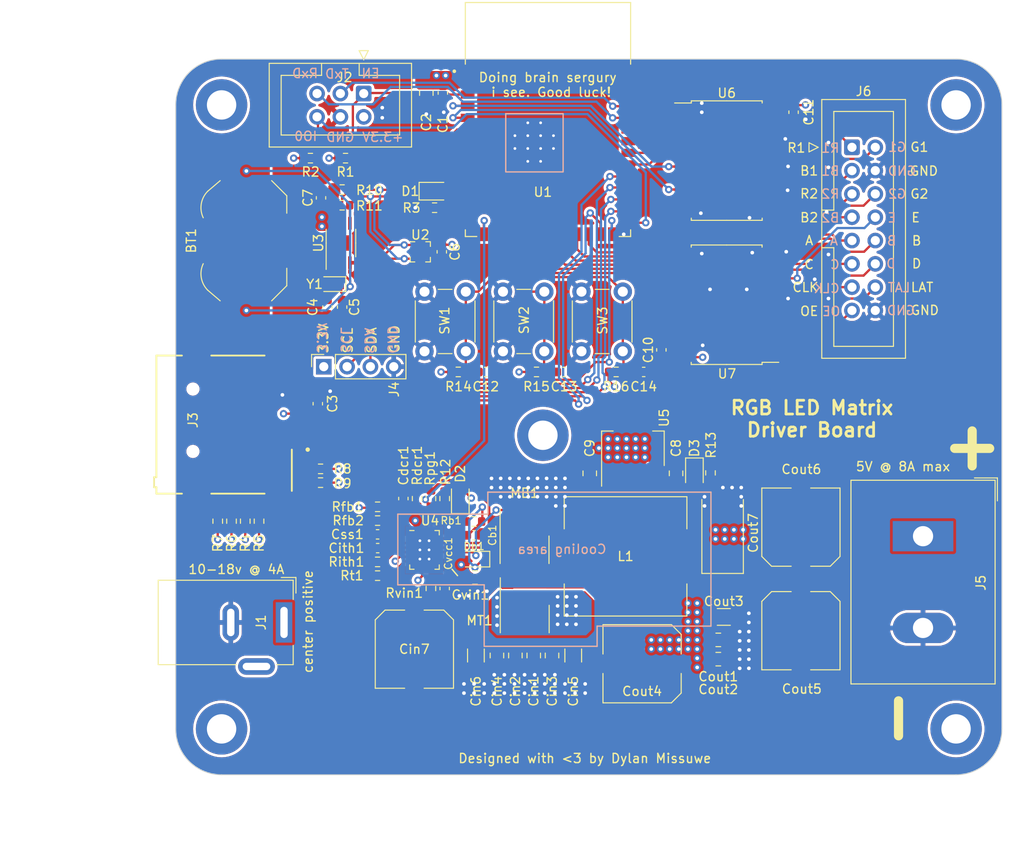
<source format=kicad_pcb>
(kicad_pcb (version 20221018) (generator pcbnew)
  (layers (0 "F.Cu" signal) (1 "In1.Cu" signal) (2 "In2.Cu" signal) (31 "B.Cu" signal) (34 "B.Paste" user) (35 "F.Paste" user) (36 "B.SilkS" user "B.Silkscreen") (37 "F.SilkS" user "F.Silkscreen") (38 "B.Mask" user) (39 "F.Mask" user) (44 "Edge.Cuts" user))
  (net 0 "")
  (net 1 "+3.3V")
  (net 2 "GND")
  (net 3 "Net-(BT1-+)")
  (net 4 "+5V")
  (net 5 "Net-(U3-X1)")
  (net 6 "/I2C_SCL")
  (net 7 "/I2C_SDA")
  (net 8 "Net-(U3-X2)")
  (net 10 "/OE")
  (net 11 "/C")
  (net 12 "/CLK")
  (net 13 "/LED_Matrix/D_5V")
  (net 14 "/LAT")
  (net 15 "/LED_Matrix/E_5V")
  (net 16 "Net-(U4-SENSE+)")
  (net 17 "Net-(U4-TRACK{slash}SS)")
  (net 18 "Net-(U4-Vin)")
  (net 19 "/button_a")
  (net 20 "/button_b")
  (net 21 "/button_c")
  (net 22 "/ESP_EN")
  (net 23 "/ESP_TXD")
  (net 24 "/ESP_RXD")
  (net 25 "/ESP_IO0")
  (net 26 "Net-(U4-BOOST)")
  (net 27 "Net-(Db1-K)")
  (net 28 "Net-(U4-Vosns+)")
  (net 29 "/Buck2/intvcc")
  (net 30 "Net-(MB1-G)")
  (net 31 "Net-(MT1-G)")
  (net 32 "Net-(U4-Ith)")
  (net 33 "Net-(Cith1-Pad2)")
  (net 34 "Net-(U4-RT)")
  (net 35 "/PGood")
  (net 38 "/Buck2/SW")
  (net 39 "Net-(D1-K)")
  (net 40 "Net-(D1-A)")
  (net 47 "/Buck2/Vin")
  (net 48 "/SD_DATA1")
  (net 49 "/SD_DATA3")
  (net 50 "/SD_CMD")
  (net 51 "/SC_CLK")
  (net 52 "/SD_DATA0")
  (net 53 "/SD_DATA2")
  (net 54 "/G2")
  (net 55 "/B2")
  (net 56 "/A")
  (net 57 "/B")
  (net 58 "/R2")
  (net 59 "/B1")
  (net 60 "/G1")
  (net 61 "/R1")
  (net 62 "Net-(D3-K)")
  (net 63 "Net-(D2-K)")
  (net 64 "/LED_Matrix/R1_5V")
  (net 65 "/LED_Matrix/G1_5V")
  (net 66 "/LED_Matrix/B1_5V")
  (net 67 "/LED_Matrix/R2_5V")
  (net 68 "/LED_Matrix/G2_5V")
  (net 69 "/LED_Matrix/B2_5V")
  (net 70 "/LED_Matrix/A_5V")
  (net 71 "/LED_Matrix/B_5V")
  (net 72 "/LED_Matrix/C_5V")
  (net 73 "/LED_Matrix/CLK_5V")
  (net 74 "/LED_Matrix/LAT_5V")
  (net 75 "/LED_Matrix/OE_5V")
  (net 78 "/D")
  (net 79 "/E")
  (footprint "LED_SMD:LED_0805_2012Metric" (layer "F.Cu") (at 61.2 115.4)
    (fp_text reference "D1")
    (fp_text value "LED")
  )
  (footprint "Capacitor_SMD:C_Elec_8x5.4" (layer "F.Cu") (at 83.8 166.9 180)
    (fp_text reference "Cout4")
    (fp_text value "100uF")
  )
  (footprint "Resistor_SMD:R_0603_1608Metric" (layer "F.Cu") (at 37.58 151.362715 90)
    (fp_text reference "R7")
    (fp_text value "10k")
  )
  (footprint "Package_SON:Infineon_PG-TDSON-8_6.15x5.15mm" (layer "F.Cu") (at 70.975 152.975 -90)
    (fp_text reference "MB1")
    (fp_text value "~")
  )
  (footprint "Capacitor_SMD:C_0805_2012Metric" (layer "F.Cu") (at 78.1 146.15 -90)
    (fp_text reference "C9")
    (fp_text value "1uF")
  )
  (footprint "Resistor_SMD:R_0603_1608Metric" (layer "F.Cu") (at 72.3 135.1)
    (fp_text reference "R15")
    (fp_text value "10k")
  )
  (footprint "Package_TO_SOT_SMD:SOT-223-3_TabPin2" (layer "F.Cu") (at 82.8 143.45 90)
    (fp_text reference "U5")
    (fp_text value "AMS1117-3.3")
  )
  (footprint "MEM2075-00-140-01-A:GCT_MEM2075-00-140-01-A" (layer "F.Cu") (at 34.88 140.362715 -90)
    (fp_text reference "J3")
    (fp_text value "MEM2075-00-140-01-A")
  )
  (footprint "Capacitor_SMD:C_0805_2012Metric" (layer "F.Cu") (at 72 166 -90)
    (fp_text reference "Cin1")
    (fp_text value "4.7uF" hide)
  )
  (footprint "Capacitor_SMD:C_1206_3216Metric" (layer "F.Cu") (at 65.7 166 -90)
    (fp_text reference "Cin6")
    (fp_text value "10uF" hide)
  )
  (footprint "Capacitor_SMD:C_0603_1608Metric" (layer "F.Cu") (at 48.83 116.13 90)
    (fp_text reference "C7")
    (fp_text value "100nF")
  )
  (footprint "Capacitor_SMD:C_0603_1608Metric" (layer "F.Cu") (at 62.3 158.7 -90)
    (fp_text reference "Cvin1")
    (fp_text value "100nF")
  )
  (footprint "Package_DFN_QFN:QFN-20-1EP_3x4mm_P0.5mm_EP1.65x2.65mm_ThermalVias" (layer "F.Cu") (at 60.1 154.494)
    (fp_text reference "U4")
    (fp_text value "~")
  )
  (footprint "TerminalBlock_Dinkle:TerminalBlock_Dinkle_DT-55-B01X-02_P10.00mm" (layer "F.Cu") (at 114.4 153 -90)
    (fp_text reference "J5")
    (fp_text value "Screw_Terminal_01x02")
  )
  (footprint "Resistor_SMD:R_0603_1608Metric" (layer "F.Cu") (at 48.78 147.162715 180)
    (fp_text reference "R9")
    (fp_text value "10k")
  )
  (footprint "Resistor_SMD:R_0603_1608Metric" (layer "F.Cu") (at 54.99 155.8)
    (fp_text reference "Rith1")
    (fp_text value "86.6k" hide)
  )
  (footprint "Capacitor_SMD:C_0805_2012Metric" (layer "F.Cu") (at 67.99 166 -90)
    (fp_text reference "Cin4")
    (fp_text value "4.7uF" hide)
  )
  (footprint "Resistor_SMD:R_0603_1608Metric" (layer "F.Cu") (at 39.08 151.362715 90)
    (fp_text reference "R6")
    (fp_text value "10k")
  )
  (footprint "Resistor_SMD:R_0603_1608Metric" (layer "F.Cu") (at 48.78 145.662715 180)
    (fp_text reference "R8")
    (fp_text value "10k")
  )
  (footprint "LED_SMD:LED_0805_2012Metric" (layer "F.Cu") (at 64 148.85 90)
    (fp_text reference "D2")
    (fp_text value "LED")
  )
  (footprint "Package_SO:SOIC-20W_7.5x12.8mm_P1.27mm" (layer "F.Cu") (at 93.01 127.775 180)
    (fp_text reference "U7")
    (fp_text value "SN74LS244DWR")
  )
  (footprint "Capacitor_SMD:C_0805_2012Metric" (layer "F.Cu") (at 87.5 146.15 90)
    (fp_text reference "C8")
    (fp_text value "4.7uF")
  )
  (footprint "Capacitor_SMD:C_0603_1608Metric" (layer "F.Cu") (at 51.13 128.03 90)
    (fp_text reference "C5")
    (fp_text value "8pF" hide)
  )
  (footprint "Capacitor_SMD:C_Elec_8x5.4" (layer "F.Cu") (at 101.1 152.0125 90)
    (fp_text reference "Cout6")
    (fp_text value "100uF" hide)
  )
  (footprint "Resistor_SMD:R_0603_1608Metric" (layer "F.Cu") (at 80.975 135.1)
    (fp_text reference "R16")
    (fp_text value "10k")
  )
  (footprint "Capacitor_SMD:C_0603_1608Metric" (layer "F.Cu") (at 66.775 135.1)
    (fp_text reference "C12")
    (fp_text value "100nF")
  )
  (footprint "Capacitor_Tantalum_SMD:CP_EIA-7343-15_Kemet-W" (layer "F.Cu") (at 92.57 152.65 90)
    (fp_text reference "Cout7")
    (fp_text value "330uF")
  )
  (footprint "Resistor_SMD:R_0603_1608Metric" (layer "F.Cu") (at 65.5 151.4)
    (fp_text reference "Rb1")
    (fp_text value "10R")
  )
  (footprint "Capacitor_SMD:C_0805_2012Metric" (layer "F.Cu") (at 65.6 157.5)
    (fp_text reference "Cvcc1")
    (fp_text value "4.7uF" hide)
  )
  (footprint "Crystal:Crystal_SMD_2012-2Pin_2.0x1.2mm" (layer "F.Cu") (at 50.33 125.53 180)
    (fp_text reference "Y1")
    (fp_text value "Crystal" hide)
  )
  (footprint "Resistor_SMD:R_0603_1608Metric" (layer "F.Cu") (at 51.5 111.8)
    (fp_text reference "R1")
    (fp_text value "10k")
  )
  (footprint "Capacitor_SMD:C_0603_1608Metric" (layer "F.Cu") (at 54.99 152.8 180)
    (fp_text reference "Css1")
    (fp_text value "100nF" hide)
  )
  (footprint "ESP32-S3-WROOM-1-N16R2:XCVR_ESP32-S3-WROOM-1-N16R2" (layer "F.Cu") (at 73.55 107.59)
    (fp_text reference "U1")
    (fp_text value "ESP32-S3-WROOM-1-N16R2")
  )
  (footprint "Capacitor_SMD:C_0603_1608Metric" (layer "F.Cu") (at 49.53 128.03 90)
    (fp_text reference "C4")
    (fp_text value "8pF" hide)
  )
  (footprint "Capacitor_SMD:C_0805_2012Metric" (layer "F.Cu") (at 92.1 164.3)
    (fp_text reference "Cout1")
    (fp_text value "4.7uF")
  )
  (footprint "Capacitor_SMD:C_0805_2012Metric" (layer "F.Cu") (at 60.3 104.7 -90)
    (fp_text reference "C2")
    (fp_text value "4.7uF")
  )
  (footprint "LED_SMD:LED_0805_2012Metric" (layer "F.Cu") (at 89.5 146.1625 -90)
    (fp_text reference "D3")
    (fp_text value "LED")
  )
  (footprint "Button_Switch_THT:SW_PUSH_6mm" (layer "F.Cu") (at 68.65 132.85 90)
    (fp_text reference "SW2")
    (fp_text value "SW_Push")
  )
  (footprint "Connector_IDC:IDC-Header_2x08_P2.54mm_Vertical" (layer "F.Cu") (at 106.66 110.62)
    (fp_text reference "J6")
    (fp_text value "Conn_02x08_Odd_Even")
  )
  (footprint "Capacitor_SMD:C_0603_1608Metric" (layer "F.Cu") (at 85.9 132.695 90)
    (fp_text reference "C10")
    (fp_text value "100nF")
  )
  (footprint "Connector_IDC:IDC-Header_2x03_P2.54mm_Vertical" (layer "F.Cu") (at 53.48 104.76 -90)
    (fp_text reference "J2")
    (fp_text value "Conn_02x03_Odd_Even")
  )
  (footprint "MountingHole:MountingHole_3.2mm_M3_DIN965_Pad" (layer "F.Cu") (at 73 142)
    (fp_text reference "H5" hide)
    (fp_text value "MountingHole" hide)
  )
  (footprint "Resistor_SMD:R_0603_1608Metric" (layer "F.Cu") (at 91.25 146.1 90)
    (fp_text reference "R13")
    (fp_text value "330R")
  )
  (footprint "Resistor_SMD:R_0603_1608Metric" (layer "F.Cu") (at 51.13 115.23)
    (fp_text reference "R10")
    (fp_text value "10k")
  )
  (footprint "Resistor_SMD:R_0603_1608Metric" (layer "F.Cu") (at 51.13 116.93)
    (fp_text reference "R11")
    (fp_text value "10k")
  )
  (footprint "Capacitor_SMD:C_0603_1608Metric" (layer "F.Cu") (at 55 154.3)
    (fp_text reference "Cith1")
    (fp_text value "220pF" hide)
  )
  (footprint "Button_Switch_THT:SW_PUSH_6mm" (layer "F.Cu") (at 60.1 132.85 90)
    (fp_text reference "SW1")
    (fp_text value "SW_Push")
  )
  (footprint "Battery:BatteryHolder_LINX_BAT-HLD-012-SMT" (layer "F.Cu") (at 40.7 120.8 -90)
    (fp_text reference "BT1")
    (fp_text value "Battery_Cell")
  )
  (footprint "Capacitor_SMD:C_Elec_8x5.4" (layer "F.Cu") (at 101.1 163.3 -90)
    (fp_text reference "Cout5")
    (fp_text value "100uF" hide)
  )
  (footprint "Package_SO:SOIC-20W_7.5x12.8mm_P1.27mm" (layer "F.Cu") (at 93.02 112.065)
    (fp_text reference "U6")
    (fp_text value "SN74LS244DWR")
  )
  (footprint "Diode_SMD:D_SOD-323" (layer "F.Cu") (at 65.6 155.5 180)
    (fp_text reference "Db1")
    (fp_text value "D_Schottky" hide)
  )
  (footprint "Button_Switch_THT:SW_PUSH_6mm" (layer "F.Cu") (at 77.2 132.85 90)
    (fp_text reference "SW3")
    (fp_text value "SW_Push")
  )
  (footprint "MountingHole:MountingHole_3.2mm_M3_DIN965_Pad" (layer "F.Cu") (at 38 174)
    (fp_text reference "H1" hide)
    (fp_text value "MountingHole" hide)
  )
  (footprint "Resistor_SMD:R_0603_1608Metric" (layer "F.Cu") (at 42.08 151.362715 90)
    (fp_text reference "R5")
    (fp_text value "10k")
  )
  (footprint "Package_SON:Infineon_PG-TDSON-8_6.15x5.15mm" (layer "F.Cu") (at 70.995 160.525 -90)
    (fp_text reference "MT1")
    (fp_text value "~")
  )
  (footprint "Custom_footprints:IHLP-5050EZ-5A" (layer "F.Cu") (at 82 155.2)
    (fp_text reference "L1")
    (fp_text value "3.0uH" hide)
  )
  (footprint "MountingHole:MountingHole_3.2mm_M3_DIN965_Pad" (layer "F.Cu") (at 118 174)
    (fp_text reference "H2" hide)
    (fp_text value "MountingHole" hide)
  )
  (footprint "Connector_BarrelJack:BarrelJack_Wuerth_6941xx301002" (layer "F.Cu") (at 44.8 162.4 -90)
    (fp_text reference "J1")
    (fp_text value "Barrel_Jack")
  )
  (footprint "Capacitor_SMD:C_0805_2012Metric" (layer "F.Cu") (at 70 166 -90)
    (fp_text reference "Cin2")
    (fp_text value "4.7uF" hide)
  )
  (footprint "Resistor_SMD:R_0603_1608Metric" (layer "F.Cu") (at 40.58 151.362715 90)
    (fp_text reference "R4")
    (fp_text value "10k")
  )
  (footprint "MountingHole:MountingHole_3.2mm_M3_DIN965_Pad" (layer "F.Cu") (at 38 106)
    (fp_text reference "H4" hide)
    (fp_text value "MountingHole" hide)
  )
  (footprint "Capacitor_SMD:C_0603_1608Metric" (layer "F.Cu") (at 57.8 148.9 -90)
    (fp_text reference "Cdcr1")
    (fp_text value "220nF" hide)
  )
  (footprint "Resistor_SMD:R_0603_1608Metric" (layer "F.Cu") (at 63.775 135.1)
    (fp_text reference "R14")
    (fp_text value "10k")
  )
  (footprint "Resistor_SMD:R_0603_1608Metric" (layer "F.Cu") (at 54.99 149.8)
    (fp_text reference "Rfb1")
    (fp_text value "147k" hide)
  )
  (footprint "Connector_PinSocket_2.54mm:PinSocket_1x04_P2.54mm_Vertical" (layer "F.Cu") (at 49.13 134.525 90)
    (fp_text reference "J4")
    (fp_text value "Conn_01x04_Pin")
  )
  (footprint "Capacitor_SMD:C_1206_3216Metric" (layer "F.Cu") (at 92.7 161.8)
    (fp_text reference "Cout3")
    (fp_text value "10uF")
  )
  (footprint "Capacitor_SMD:C_0603_1608Metric" (layer "F.Cu") (at 62.1 104.7 -90)
    (fp_text reference "C1")
    (fp_text value "100nF")
  )
  (footprint "Resistor_SMD:R_0603_1608Metric" (layer "F.Cu") (at 54.99 151.3 180)
    (fp_text reference "Rfb2")
    (fp_text value "20k" hide)
  )
  (footprint "Resistor_SMD:R_0603_1608Metric" (layer "F.Cu") (at 54.99 157.3)
    (fp_text reference "Rt1")
    (fp_text value "205k" hide)
  )
  (footprint "Resistor_SMD:R_0603_1608Metric" (layer "F.Cu") (at 60.8 148.9 -90)
    (fp_text reference "Rpg1")
    (fp_text value "10k")
  )
  (footprint "Capacitor_SMD:C_0603_1608Metric" (layer "F.Cu") (at 61.985 122.01 -90)
    (fp_text reference "C6")
    (fp_text value "100nF")
  )
  (footprint "Package_SO:MSOP-8-1EP_3x3mm_P0.65mm_EP1.68x1.88mm" (layer "F.Cu") (at 51 121.05 90)
    (fp_text reference "U3")
    (fp_text value "MCP7940N-I/MS")
  )
  (footprint "Resistor_SMD:R_0603_1608Metric" (layer "F.Cu") (at 61.2 117.2)
    (fp_text reference "R3")
    (fp_text value "330R")
  )
  (footprint "Capacitor_SMD:C_0603_1608Metric" (layer "F.Cu") (at 100.3 106.795 -90)
    (fp_text reference "C11")
    (fp_text value "100nF")
  )
  (footprint "Capacitor_SMD:C_0603_1608Metric" (layer "F.Cu") (at 83.975 135.1)
    (fp_text reference "C14")
    (fp_text value "100nF")
  )
  (footprint "Capacitor_SMD:C_0805_2012Metric" (layer "F.Cu") (at 92.1 166.4)
    (fp_text reference "Cout2")
    (fp_text value "4.7uF")
  )
  (footprint "Resistor_SMD:R_0603_1608Metric" (layer "F.Cu") (at 47.675 111.8)
    (fp_text reference "R2")
    (fp_text value "10k")
  )
  (footprint "Capacitor_SMD:C_0805_2012Metric" (layer "F.Cu") (at 73.99 166 -90)
    (fp_text reference "Cin3")
    (fp_text value "4.7uF" hide)
  )
  (footprint "Resistor_SMD:R_0603_1608Metric" (layer "F.Cu") (at 59.3 148.9 -90)
    (fp_text reference "Rdcr1")
    (fp_text value "5.9k" hide)
  )
  (footprint "Capacitor_SMD:C_0603_1608Metric" (layer "F.Cu") (at 65.5 152.9)
    (fp_text reference "Cb1")
    (fp_text value "100nF" hide)
  )
  (footprint "Package_LGA:LGA-12_2x2mm_P0.5mm" (layer "F.Cu") (at 59.6425 122.01)
    (fp_text reference "U2")
    (fp_text value "LIS2HH12")
  )
  (footprint "Capacitor_SMD:C_0603_1608Metric" (layer "F.Cu") (at 75.3 135.1)
    (fp_text reference "C13")
    (fp_text value "100nF")
  )
  (footprint "Capacitor_SMD:C_Elec_8x5.4" (layer "F.Cu") (at 59 165.3125 -90)
    (fp_text reference "Cin7")
    (fp_text value "100uF" hide)
  )
  (footprint "MountingHole:MountingHole_3.2mm_M3_DIN965_Pad" (layer "F.Cu") (at 118 106)
    (fp_text reference "H3" hide)
    (fp_text value "MountingHole" hide)
  )
  (footprint "Capacitor_SMD:C_1206_3216Metric" (layer "F.Cu") (at 76.3 166 -90)
    (fp_text reference "Cin5")
    (fp_text value "10uF" hide)
  )
  (footprint "Resistor_SMD:R_0603_1608Metric" (layer "F.Cu") (at 62.3 148.9 90)
    (fp_text reference "R12")
    (fp_text value "330R")
  )
  (footprint "Capacitor_SMD:C_0603_1608Metric" (layer "F.Cu") (at 48.48 138.562715 90)
    (fp_text reference "C3")
    (fp_text value "100nF")
  )
  (footprint "Resistor_SMD:R_0603_1608Metric" (layer "F.Cu") (at 60.8 158.7 -90)
    (fp_text reference "Rvin1")
    (fp_text value "2.2R")
  )
  (gr_line (start 78.9 162.8) (end 78.9 165) (stroke (width 0.15)) (layer "B.SilkS"))
  (gr_line (start 67.005 150.6) (end 67 148.2) (stroke (width 0.15)) (layer "B.SilkS"))
  (gr_line (start 78.9 165) (end 66.6 165) (stroke (width 0.15)) (layer "B.SilkS"))
  (gr_line (start 57.195 150.6) (end 67.005 150.6) (stroke (width 0.15)) (layer "B.SilkS"))
  (gr_line (start 66.605 158.3) (end 57.195 158.3) (stroke (width 0.15)) (layer "B.SilkS"))
  (gr_line (start 57.195 158.3) (end 57.195 150.6) (stroke (width 0.15)) (layer "B.SilkS"))
  (gr_line (start 91.3 162.8) (end 78.9 162.8) (stroke (width 0.15)) (layer "B.SilkS"))
  (gr_line (start 67 148.2) (end 91.3 148.2) (stroke (width 0.15)) (layer "B.SilkS"))
  (gr_line (start 91.3 148.2) (end 91.3 162.8) (stroke (width 0.15)) (layer "B.SilkS"))
  (gr_rect (start 68.95 106.95) (end 75.2 113.3) (stroke (width 0.15)) (fill none) (layer "B.SilkS"))
  (gr_line (start 66.6 165) (end 66.605 158.3) (stroke (width 0.15)) (layer "B.SilkS"))
  (gr_line (start 63.1 156.6) (end 63.7 157.3) (stroke (width 0.15)) (layer "F.SilkS"))
  (gr_arc (start 38 179) (mid 34.464466 177.535534) (end 33 174) (stroke (width 0.1)) (layer "Edge.Cuts"))
  (gr_line (start 33 174) (end 33 106) (stroke (width 0.1)) (layer "Edge.Cuts"))
  (gr_line (start 118 179) (end 38 179) (stroke (width 0.1)) (layer "Edge.Cuts"))
  (gr_line (start 123 106) (end 123 174) (stroke (width 0.1)) (layer "Edge.Cuts"))
  (gr_arc (start 123 174) (mid 121.535534 177.535534) (end 118 179) (stroke (width 0.1)) (layer "Edge.Cuts"))
  (gr_arc (start 33 106) (mid 34.464466 102.464466) (end 38 101) (stroke (width 0.1)) (layer "Edge.Cuts"))
  (gr_arc (start 118 101) (mid 121.535534 102.464466) (end 123 106) (stroke (width 0.1)) (layer "Edge.Cuts"))
  (gr_line (start 38 101) (end 118 101) (stroke (width 0.1)) (layer "Edge.Cuts"))
  (gr_text "R2" (at 104.3 115.7) (layer "B.SilkS") (effects (font (size 1 1)) (justify mirror)))
  (gr_text "IO0" (at 48.5 110) (layer "B.SilkS") (effects (font (size 1 1)) (justify left bottom mirror)))
  (gr_text "GND" (at 112 128.4) (layer "B.SilkS") (effects (font (size 1 1)) (justify mirror)))
  (gr_text "G2" (at 111.580952 115.7) (layer "B.SilkS") (effects (font (size 1 1)) (justify mirror)))
  (gr_text "SDA" (at 53.5 133.2 -90) (layer "B.SilkS") (effects (font (size 1 1)) (justify left bottom mirror)))
  (gr_text "A" (at 104.7 120.8) (layer "B.SilkS") (effects (font (size 1 1)) (justify mirror)))
  (gr_text "R1" (at 104.3 110.7) (layer "B.SilkS") (effects (font (size 1 1)) (justify mirror)))
  (gr_text "SCL\n" (at 50.9 133.1 -90) (layer "B.SilkS") (effects (font (size 1 1)) (justify left bottom mirror)))
  (gr_text "EN" (at 55.3 103.15) (layer "B.SilkS") (effects (font (size 1 1)) (justify left bottom mirror)))
  (gr_text "G1" (at 111.580952 110.6) (layer "B.SilkS") (effects (font (size 1 1)) (justify mirror)))
  (gr_text "B2" (at 104.3 118.3) (layer "B.SilkS") (effects (font (size 1 1)) (justify mirror)))
  (gr_text "GND" (at 56 133.2 -90) (layer "B.SilkS") (effects (font (size 1 1)) (justify left bottom mirror)))
  (gr_text "E" (at 111 118.3) (layer "B.SilkS") (effects (font (size 1 1)) (justify mirror)))
  (gr_text "CLK" (at 103.9 126) (layer "B.SilkS") (effects (font (size 1 1)) (justify mirror)))
  (gr_text "RxD" (at 48.6 103.15) (layer "B.SilkS") (effects (font (size 1 1)) (justify left bottom mirror)))
  (gr_text "3.3V" (at 48.3 133.1 -90) (layer "B.SilkS") (effects (font (size 1 1)) (justify left bottom mirror)))
  (gr_text "D" (at 110.9 123.3) (layer "B.SilkS") (effects (font (size 1 1)) (justify mirror)))
  (gr_text "TxD" (at 51.95 103.2) (layer "B.SilkS") (effects (font (size 1 1)) (justify left bottom mirror)))
  (gr_text "C" (at 104.8 123.4) (layer "B.SilkS") (effects (font (size 1 1)) (justify mirror)))
  (gr_text "+3.3V" (at 57.9 110.1) (layer "B.SilkS") (effects (font (size 1 1)) (justify left bottom mirror)))
  (gr_text "Cooling area" (at 80 155) (layer "B.SilkS") (effects (font (size 1 1)) (justify left bottom mirror)))
  (gr_text "GND" (at 52.55 110.1) (layer "B.SilkS") (effects (font (size 1 1)) (justify left bottom mirror)))
  (gr_text "B1" (at 104.3 113.2) (layer "B.SilkS") (effects (font (size 1 1)) (justify mirror)))
  (gr_text "B" (at 110.980952 120.8) (layer "B.SilkS") (effects (font (size 1 1)) (justify mirror)))
  (gr_text "GND" (at 112.1 113.2) (layer "B.SilkS") (effects (font (size 1 1)) (justify mirror)))
  (gr_text "LAT" (at 111.780952 125.9) (layer "B.SilkS") (effects (font (size 1 1)) (justify mirror)))
  (gr_text "OE" (at 104.4 128.5) (layer "B.SilkS") (effects (font (size 1 1)) (justify mirror)))
  (gr_text "SDA" (at 54.95 133.15 90) (layer "F.SilkS") (effects (font (size 1 1)) (justify left bottom)))
  (gr_text "Doing brain sergury \ni see. Good luck!" (at 73.9 105.2) (layer "F.SilkS") (effects (font (size 1 1)) (justify bottom)))
  (gr_text "B2" (at 102 118.28) (layer "F.SilkS") (effects (font (size 1 1))))
  (gr_text "SCL\n" (at 52.35 133.15 90) (layer "F.SilkS") (effects (font (size 1 1)) (justify left bottom)))
  (gr_text "RGB LED Matrix\nDriver Board" (at 102.3 142.3) (layer "F.SilkS") (effects (font (size 1.5 1.5) (thickness 0.3) bold) (justify bottom)))
  (gr_text "GND" (at 114.5 113.2) (layer "F.SilkS") (effects (font (size 1 1))))
  (gr_text "G2" (at 114 115.7) (layer "F.SilkS") (effects (font (size 1 1))))
  (gr_text "R1" (at 100.6 110.68) (layer "F.SilkS") (effects (font (size 1 1))))
  (gr_text "5V @ 8A max" (at 107 146) (layer "F.SilkS") (effects (font (size 1 1)) (justify left bottom)))
  (gr_text "Designed with <3 by Dylan Missuwe" (at 63.7 177.8) (layer "F.SilkS") (effects (font (size 1 1)) (justify left bottom)))
  (gr_text "A" (at 102 120.78) (layer "F.SilkS") (effects (font (size 1 1))))
  (gr_text "CLK" (at 101.6 125.88) (layer "F.SilkS") (effects (font (size 1 1))))
  (gr_text "-\n" (at 114.3 176.6 90) (layer "F.SilkS") (effects (font (size 5 5) (thickness 1) bold) (justify left bottom)))
  (gr_text "LAT" (at 114.3 125.88) (layer "F.SilkS") (effects (font (size 1 1))))
  (gr_text "10-18v @ 4A" (at 34.3 157.2) (layer "F.SilkS") (effects (font (size 1 1)) (justify left bottom)))
  (gr_text "GND" (at 57.45 133.15 90) (layer "F.SilkS") (effects (font (size 1 1)) (justify left bottom)))
  (gr_text "OE" (at 102 128.48) (layer "F.SilkS") (effects (font (size 1 1))))
  (gr_text "3.3V" (at 49.7 133.15 90) (layer "F.SilkS") (effects (font (size 1 1)) (justify left bottom)))
  (gr_text "+" (at 116 146) (layer "F.SilkS") (effects (font (size 5 5) (thickness 1) bold) (justify left bottom)))
  (gr_text "center positive" (at 48 168 90) (layer "F.SilkS") (effects (font (size 1 1)) (justify left bottom)))
  (gr_text "D" (at 113.7 123.3) (layer "F.SilkS") (effects (font (size 1 1))))
  (gr_text "B" (at 113.7 120.8) (layer "F.SilkS") (effects (font (size 1 1))))
  (gr_text "GND" (at 114.6 128.38) (layer "F.SilkS") (effects (font (size 1 1))))
  (gr_text "E" (at 113.6 118.28) (layer "F.SilkS") (effects (font (size 1 1))))
  (gr_text "R2" (at 102 115.68) (layer "F.SilkS") (effects (font (size 1 1))))
  (gr_text "C" (at 102 123.38) (layer "F.SilkS") (effects (font (size 1 1))))
  (gr_text "G1" (at 114 110.6) (layer "F.SilkS") (effects (font (size 1 1))))
  (gr_text "B1" (at 102 113.18) (layer "F.SilkS") (effects (font (size 1 1))))
  (segment (start 46.3 139.642715) (end 47.5 139.642715) (width 0.25) (layer "F.Cu") (net 1))
  (segment (start 37.58 152.187715) (end 37.58 153.362715) (width 0.25) (layer "F.Cu") (net 1))
  (segment (start 60.405 121.26) (end 61.96 121.26) (width 0.25) (layer "F.Cu") (net 1))
  (segment (start 46.3 139.642715) (end 44.757285 139.642715) (width 0.25) (layer "F.Cu") (net 1))
  (segment (start 49.605 147.162715) (end 50.78 147.162715) (width 0.25) (layer "F.Cu") (net 1))
  (segment (start 50.675 111.8) (end 49.7 111.8) (width 0.25) (layer "F.Cu") (net 1))
  (segment (start 42.08 152.187715) (end 42.08 153.362715) (width 0.25) (layer "F.Cu") (net 1))
  (segment (start 39.08 152.187715) (end 39.08 153.362715) (width 0.25) (layer "F.Cu") (net 1))
  (segment (start 80.15 136.05) (end 80.15 135.1) (width 0.25) (layer "F.Cu") (net 1))
  (segment (start 47.805 139.337715) (end 48.48 139.337715) (width 0.25) (layer "F.Cu") (net 1))
  (segment (start 61.96 121.26) (end 61.985 121.235) (width 0.25) (layer "F.Cu") (net 1))
  (segment (start 80.8 136.7) (end 80.15 136.05) (width 0.25) (layer "F.Cu") (net 1))
  (segment (start 63.065 121.235) (end 63.1 121.2) (width 0.25) (layer "F.Cu") (net 1))
  (segment (start 44.757285 139.642715) (end 44.75 139.65) (width 0.25) (layer "F.Cu") (net 1))
  (segment (start 46.85 111.8) (end 45.85 111.8) (width 0.25) (layer "F.Cu") (net 1))
  (segment (start 61.985 121.235) (end 63.065 121.235) (width 0.25) (layer "F.Cu") (net 1))
  (segment (start 40.58 152.187715) (end 40.58 153.362715) (width 0.25) (layer "F.Cu") (net 1))
  (segment (start 71.475 135.1) (end 70.4 135.1) (width 0.25) (layer "F.Cu") (net 1))
  (segment (start 58.88 121.76) (end 58.88 122.26) (width 0.25) (layer "F.Cu") (net 1))
  (segment (start 62.95 135.1) (end 61.9 135.1) (width 0.25) (layer "F.Cu") (net 1))
  (segment (start 58.88 121.76) (end 60.405 121.76) (width 0.25) (layer "F.Cu") (net 1))
  (segment (start 60.405 121.76) (end 60.405 121.26) (width 0.25) (layer "F.Cu") (net 1))
  (segment (start 49.605 145.662715) (end 50.78 145.662715) (width 0.25) (layer "F.Cu") (net 1))
  (segment (start 47.5 139.642715) (end 47.805 139.337715) (width 0.25) (layer "F.Cu") (net 1))
  (via (at 61.9 135.1) (size 0.8) (drill 0.4) (layers "F.Cu" "B.Cu") (net 1))
  (via (at 79.1 143.4) (size 0.8) (drill 0.4) (layers "F.Cu" "B.Cu") (net 1))
  (via (at 83.1 144.4) (size 0.8) (drill 0.4) (layers "F.Cu" "B.Cu") (net 1))
  (via (at 80.1 142.4) (size 0.8) (drill 0.4) (layers "F.Cu" "B.Cu") (net 1))
  (via (at 70.4 135.1) (size 0.8) (drill 0.4) (layers "F.Cu" "B.Cu") (net 1))
  (via (at 39.08 153.362715) (size 0.8) (drill 0.4) (layers "F.Cu" "B.Cu") (net 1))
  (via (at 84.1 142.4) (size 0.8) (drill 0.4) (layers "F.Cu" "B.Cu") (net 1))
  (via (at 83.1 143.4) (size 0.8) (drill 0.4) (layers "F.Cu" "B.Cu") (net 1))
  (via (at 42.08 153.362715) (size 0.8) (drill 0.4) (layers "F.Cu" "B.Cu") (net 1))
  (via (at 45.85 111.8) (size 0.8) (drill 0.4) (layers "F.Cu" "B.Cu") (net 1))
  (via (at 81.1 142.4) (size 0.8) (drill 0.4) (layers "F.Cu" "B.Cu") (net 1))
  (via (at 83.1 142.4) (size 0.8) (drill 0.4) (layers "F.Cu" "B.Cu") (net 1))
  (via (at 62.4 102.8) (size 0.8) (drill 0.4) (layers "F.Cu" "B.Cu") (net 1))
  (via (at 40.58 153.362715) (size 0.8) (drill 0.4) (layers "F.Cu" "B.Cu") (net 1))
  (via (at 44.75 139.65) (size 0.8) (drill 0.4) (layers "F.Cu" "B.Cu") (net 1))
  (via (at 82.1 143.4) (size 0.8) (drill 0.4) (layers "F.Cu" "B.Cu") (net 1))
  (via (at 82.1 142.4) (size 0.8) (drill 0.4) (layers "F.Cu" "B.Cu") (net 1))
  (via (at 63.1 121.2) (size 0.8) (drill 0.4) (layers "F.Cu" "B.Cu") (net 1))
  (via (at 81.1 143.4) (size 0.8) (drill 0.4) (layers "F.Cu" "B.Cu") (net 1))
  (via (at 80.8 136.7) (size 0.8) (drill 0.4) (layers "F.Cu" "B.Cu") (net 1))
  (via (at 80.1 144.4) (size 0.8) (drill 0.4) (layers "F.Cu" "B.Cu") (net 1))
  (via (at 80.1 143.4) (size 0.8) (drill 0.4) (layers "F.Cu" "B.Cu") (net 1))
  (via (at 50.78 147.162715) (size 0.8) (drill 0.4) (layers "F.Cu" "B.Cu") (net 1))
  (via (at 49.7 111.8) (size 0.8) (drill 0.4) (layers "F.Cu" "B.Cu") (net 1))
  (via (at 37.58 153.362715) (size 0.8) (drill 0.4) (layers "F.Cu" "B.Cu") (net 1))
  (via (at 84.1 143.4) (size 0.8) (drill 0.4) (layers "F.Cu" "B.Cu") (net 1))
  (via (at 50.78 145.662715) (size 0.8) (drill 0.4) (layers "F.Cu" "B.Cu") (net 1))
  (via (at 84.1 144.4) (size 0.8) (drill 0.4) (layers "F.Cu" "B.Cu") (net 1))
  (via (at 82.1 144.4) (size 0.8) (drill 0.4) (layers "F.Cu" "B.Cu") (net 1))
  (via (at 81.1 144.4) (size 0.8) (drill 0.4) (layers "F.Cu" "B.Cu") (net 1))
  (via (at 48.93 118.23) (size 0.8) (drill 0.4) (layers "F.Cu" "B.Cu") (net 1))
  (via (at 48.93 119.23) (size 0.8) (drill 0.4) (layers "F.Cu" "B.Cu") (net 1))
  (via (at 61.4 102.8) (size 0.8) (drill 0.4) (layers "F.Cu" "B.Cu") (net 1))
  (segment (start 59.4 153.294) (end 59.525 153.419) (width 0.25) (layer "F.Cu") (net 2))
  (segment (start 60.85 155.244) (end 60.1 154.494) (width 0.25) (layer "F.Cu") (net 2))
  (segment (start 61.55 155.244) (end 60.85 155.244) (width 0.25) (layer "F.Cu") (net 2))
  (segment (start 87.025 132.225) (end 88.36 132.225) (width 0.25) (layer "F.Cu") (net 2))
  (segment (start 46.3 137.442715) (end 47.267715 137.442715) (width 0.25) (layer "F.Cu") (net 2))
  (segment (start 86.725 131.925) (end 87.025 132.225) (width 0.25) (layer "F.Cu") (net 2))
  (segment (start 85.9 131.925) (end 86.725 131.925) (width 0.25) (layer "F.Cu") (net 2))
  (segment (start 100.255 107.62) (end 100.3 107.575) (width 0.25) (layer "F.Cu") (net 2))
  (segment (start 60.35 156.444) (end 60.35 154.744) (width 0.25) (layer "F.Cu") (net 2))
  (segment (start 97.66 107.62) (end 100.255 107.62) (width 0.25) (layer "F.Cu") (net 2))
  (segment (start 47.612715 137.787715) (end 48.48 137.787715) (width 0.25) (layer "F.Cu") (net 2))
  (segment (start 47.267715 137.442715) (end 47.612715 137.787715) (width 0.25) (layer "F.Cu") (net 2))
  (segment (start 60.35 154.744) (end 60.1 154.494) (width 0.25) (layer "F.Cu") (net 2))
  (segment (start 101.625 107.575) (end 100.3 107.575) (width 0.25) (layer "F.Cu") (net 2))
  (segment (start 58.7 153.294) (end 59.4 153.294) (width 0.25) (layer "F.Cu") (net 2))
  (segment (start 58.65 153.244) (end 58.7 153.294) (width 0.25) (layer "F.Cu") (net 2))
  (via (at 73.2 168.1) (size 0.8) (drill 0.4) (layers "F.Cu" "B.Cu") (net 2))
  (via (at 104.1 112.8) (size 0.8) (drill 0.4) (layers "F.Cu" "B.Cu") (net 2))
  (via (at 73.4 147.7) (size 0.8) (drill 0.4) (layers "F.Cu" "B.Cu") (net 2))
  (via (at 104.1 122.3) (size 0.8) (drill 0.4) (layers "F.Cu" "B.Cu") (net 2))
  (via (at 94.6 148.7) (size 0.8) (drill 0.4) (layers "F.Cu" "B.Cu") (net 2))
  (via (at 95.5 118.3) (size 0.8) (drill 0.4) (layers "F.Cu" "B.Cu") (net 2))
  (via (at 69.9 168.1) (size 0.8) (drill 0.4) (layers "F.Cu" "B.Cu") (net 2))
  (via (at 68.4 146.7) (size 0.8) (drill 0.4) (layers "F.Cu" "B.Cu") (net 2))
  (via (at 71.4 146.7) (size 0.8) (drill 0.4) (layers "F.Cu" "B.Cu") (net 2))
  (via (at 91.2 126.1) (size 0.8) (drill 0.4) (layers "F.Cu" "B.Cu") (net 2))
  (via (at 68.8 170.1) (size 0.8) (drill 0.4) (layers "F.Cu" "B.Cu") (net 2))
  (via (at 75.4 147.7) (size 0.8) (drill 0.4) (layers "F.Cu" "B.Cu") (net 2))
  (via (at 75.4 149.7) (size 0.8) (drill 0.4) (layers "F.Cu" "B.Cu") (net 2))
  (via (at 74.4 149.7) (size 0.8) (drill 0.4) (layers "F.Cu" "B.Cu") (net 2))
  (via (at 71.35 110.75) (size 0.6) (drill 0.3) (layers "F.Cu" "B.Cu") (net 2))
  (via (at 90.6 149.7) (size 0.8) (drill 0.4) (layers "F.Cu" "B.Cu") (net 2))
  (via (at 95.43 167.4) (size 0.8) (drill 0.4) (layers "F.Cu" "B.Cu") (net 2))
  (via (at 102.6 125) (size 0.8) (drill 0.4) (layers "F.Cu" "B.Cu") (net 2))
  (via (at 65.9 159) (size 0.8) (drill 0.4) (layers "F.Cu" "B.Cu") (net 2))
  (via (at 74.4 148.7) (size 0.8) (drill 0.4) (layers "F.Cu" "B.Cu") (net 2))
  (via (at 72.1 170.1) (size 0.8) (drill 0.4) (layers "F.Cu" "B.Cu") (net 2))
  (via (at 49.825 137.2) (size 0.8) (drill 0.4) (layers "F.Cu" "B.Cu") (net 2))
  (via (at 95.43 162.4) (size 0.8) (drill 0.4) (layers "F.Cu" "B.Cu") (net 2))
  (via (at 67.7 170.1) (size 0.8) (drill 0.4) (layers "F.Cu" "B.Cu") (net 2))
  (via (at 69.4 147.7) (size 0.8) (drill 0.4) (layers "F.Cu" "B.Cu") (net 2))
  (via (at 90.3 105.8) (size 0.8) (drill 0.4) (layers "F.Cu" "B.Cu") (net 2))
  (via (at 99.65 115.3) (size 0.8) (drill 0.4) (layers "F.Cu" "B.Cu") (net 2))
  (via (at 74.15 109.35) (size 0.6) (drill 0.3) (layers "F.Cu" "B.Cu") (net 2))
  (via (at 74.4 147.7) (size 0.8) (drill 0.4) (layers "F.Cu" "B.Cu") (net 2))
  (via (at 69.4 148.7) (size 0.8) (drill 0.4) (layers "F.Cu" "B.Cu") (net 2))
  (via (at 90.2 117.8) (size 0.8) (drill 0.4) (layers "F.Cu" "B.Cu") (net 2))
  (via (at 75.4 146.7) (size 0.8) (drill 0.4) (layers "F.Cu" "B.Cu") (net 2))
  (via (at 75.4 148.7) (size 0.8) (drill 0.4) (layers "F.Cu" "B.Cu") (net 2))
  (via (at 95.2 126.1) (size 0.8) (drill 0.4) (layers "F.Cu" "B.Cu") (net 2))
  (via (at 81.8 120.1) (size 0.8) (drill 0.4) (layers "F.Cu" "B.Cu") (net 2))
  (via (at 94.6 149.7) (size 0.8) (drill 0.4) (layers "F.Cu" "B.Cu") (net 2))
  (via (at 64.9 159.5) (size 0.8) (drill 0.4) (layers "F.Cu" "B.Cu") (net 2))
  (via (at 95.43 165.4) (size 0.8) (drill 0.4) (layers "F.Cu" "B.Cu") (net 2))
  (via (at 95.43 166.4) (size 0.8) (drill 0.4) (layers "F.Cu" "B.Cu") (net 2))
  (via (at 69.95 109.35) (size 0.6) (drill 0.3) (layers "F.Cu" "B.Cu") (net 2))
  (via (at 70.4 146.7) (size 0.8) (drill 0.4) (layers "F.Cu" "B.Cu") (net 2))
  (via (at 76.5 169.1) (size 0.8) (drill 0.4) (layers "F.Cu" "B.Cu") (net 2))
  (via (at 73.2 170.1) (size 0.8) (drill 0.4) (layers "F.Cu" "B.Cu") (net 2))
  (via (at 71.4 148.7) (size 0.8) (drill 0.4) (layers "F.Cu" "B.Cu") (net 2))
  (via (at 67.4 146.7) (size 0.8) (drill 0.4) (layers "F.Cu" "B.Cu") (net 2))
  (via (at 68.8 168.1) (size 0.8) (drill 0.4) (layers "F.Cu" "B.Cu") (net 2))
  (via (at 104.1 110.1) (size 0.8) (drill 0.4) (layers "F.Cu" "B.Cu") (net 2))
  (via (at 77.6 169.1) (size 0.8) (drill 0.4) (layers "F.Cu" "B.Cu") (net 2))
  (via (at 99.5 122) (size 0.8) (drill 0.4) (layers "F.Cu" "B.Cu") (net 2))
  (via (at 62.75 152) (size 0.8) (drill 0.4) (layers "F.Cu" "B.Cu") (net 2))
  (via (at 69.9 169.1) (size 0.8) (drill 0.4) (layers "F.Cu" "B.Cu") (net 2))
  (via (at 65.5 169.1) (size 0.8) (drill 0.4) (layers "F.Cu" "B.Cu") (net 2))
  (via (at 72.75 107.95) (size 0.6) (drill 0.3) (layers "F.Cu" "B.Cu") (net 2))
  (via (at 75.4 170.1) (size 0.8) (drill 0.4) (layers "F.Cu" "B.Cu") (net 2))
  (via (at 95.8 122.1) (size 0.8) (drill 0.4) (layers "F.Cu" "B.Cu") (net 2))
  (via (at 71.35 112.15) (size 0.6) (drill 0.3) (layers "F.Cu" "B.Cu") (net 2))
  (via (at 72.4 147.7) (size 0.8) (drill 0.4) (layers "F.Cu" "B.Cu") (net 2))
  (via (at 69.95 110.75) (size 0.6) (drill 0.3) (layers "F.Cu" "B.Cu") (net 2))
  (via (at 60.3 107) (size 0.8) (drill 0.4) (layers "F.Cu" "B.Cu") (net 2))
  (via (at 74.4 146.7) (size 0.8) (drill 0.4) (layers "F.Cu" "B.Cu") (net 2))
  (via (at 101.625 107.575) (size 0.8) (drill 0.4) (layers "F.Cu" "B.Cu") (net 2))
  (via (at 59.1 117.2) (size 0.8) (drill 0.4) (layers "F.Cu" "B.Cu") (net 2))
  (via (at 99.7 112.7) (size 0.8) (drill 0.4) (layers "F.Cu" "B.Cu") (net 2))
  (via (at 72.1 169.1) (size 0.8) (drill 0.4) (layers "F.Cu" "B.Cu") (net 2))
  (via (at 63.9 159.5) (size 0.8) (drill 0.4) (layers "F.Cu" "B.Cu") (net 2))
  (via (at 71.35 107.95) (size 0.6) (drill 0.3) (layers "F.Cu" "B.Cu") (net 2))
  (via (at 74.15 110.75) (size 0.6) (drill 0.3) (layers "F.Cu" "B.Cu") (net 2))
  (via (at 72.4 146.7) (size 0.8) (drill 0.4) (layers "F.Cu" "B.Cu") (net 2))
  (via (at 94.6 147.7) (size 0.8) (drill 0.4) (layers "F.Cu" "B.Cu") (net 2))
  (via (at 64.4 169.1) (size 0.8) (drill 0.4) (layers "F.Cu" "B.Cu") (net 2))
  (via (at 55.5 107.4) (size 0.8) (drill 0.4) (layers "F.Cu" "B.Cu") (net 2))
  (via (at 94.43 163.4) (size 0.8) (drill 0.4) (layers "F.Cu" "B.Cu") (net 2))
  (via (at 74.3 168.1) (size 0.8) (drill 0.4) (layers "F.Cu" "B.Cu") (net 2))
  (via (at 99.4 109.7) (size 0.8) (drill 0.4) (layers "F.Cu" "B.Cu") (net 2))
  (via (at 67.4 147.7) (size 0.8) (drill 0.4) (layers "F.Cu" "B.Cu") (net 2))
  (via (at 72.4 148.7) (size 0.8) (drill 0.4) (layers "F.Cu" "B.Cu") (net 2))
  (via (at 94.43 165.4) (size 0.8) (drill 0.4) (layers "F.Cu" "B.Cu") (net 2))
  (via (at 77.6 170.1) (size 0.8) (drill 0.4) (layers "F.Cu" "B.Cu") (net 2))
  (via (at 73.2 169.1) (size 0.8) (drill 0.4) (layers "F.Cu" "B.Cu") (net 2))
  (via (at 72.75 112.15) (size 0.6) (drill 0.3) (layers "F.Cu" "B.Cu") (net 2))
  (via (at 67.7 168.1) (size 0.8) (drill 0.4) (layers "F.Cu" "B.Cu") (net 2))
  (via (at 90.3 106.8) (size 0.8) (drill 0.4) (layers "F.Cu" "B.Cu") (net 2))
  (via (at 68.4 147.7) (size 0.8) (drill 0.4) (layers "F.Cu" "B.Cu") (net 2))
  (via (at 64.4 170.1) (size 0.8) (drill 0.4) (layers "F.Cu" "B.Cu") (net 2))
  (via (at 72.1 168.1) (size 0.8) (drill 0.4) (layers "F.Cu" "B.Cu") (net 2))
  (via (at 95.43 161.4) (size 0.8) (drill 0.4) (layers "F.Cu" "B.Cu") (net 2))
  (via (at 68.8 169.1) (size 0.8) (drill 0.4) (layers "F.Cu" "B.Cu") (net 2))
  (via (at 72.75 110.75) (size 0.6) (drill 0.3) (layers "F.Cu" "B.Cu") (net 2))
  (via (at 55.5 106.3) (size 0.8) (drill 0.4) (layers "F.Cu" "B.Cu") (net 2))
  (via (at 71 169.1) (size 0.8) (drill 0.4) (layers "F.Cu" "B.Cu") (net 2))
  (via (at 66.6 170.1) (size 0.8) (drill 0.4) (layers "F.Cu" "B.Cu") (net 2))
  (via (at 70.4 148.7) (size 0.8) (drill 0.4) (layers "F.Cu" "B.Cu") (net 2))
  (via (at 69.9 170.1) (size 0.8) (drill 0.4) (layers "F.Cu" "B.Cu") (net 2))
  (via (at 68.4 148.7) (size 0.8) (drill 0.4) (layers "F.Cu" "B.Cu") (net 2))
  (via (at 103.9 117.65) (size 0.8) (drill 0.4) (layers "F.Cu" "B.Cu") (net 2))
  (via (at 90.4 132.2) (size 0.8) (drill 0.4) (layers "F.Cu" "B.Cu") (net 2))
  (via (at 94.43 167.4) (size 0.8) (drill 0.4) (layers "F.Cu" "B.Cu") (net 2))
  (via (at 90.6 148.7) (size 0.8) (drill 0.4) (layers "F.Cu" "B.Cu") (net 2))
  (via (at 65.5 170.1) (size 0.8) (drill 0.4) (layers "F.Cu" "B.Cu") (net 2))
  (via (at 76.5 170.1) (size 0.8) (drill 0.4) (layers "F.Cu" "B.Cu") (net 2))
  (via (at 95.43 163.4) (size 0.8) (drill 0.4) (layers "F.Cu" "B.Cu") (net 2))
  (via (at 95.43 164.4) (size 0.8) (drill 0.4) (layers "F.Cu" "B.Cu") (net 2))
  (via (at 104.1 127.1) (size 0.8) (drill 0.4) (layers "F.Cu" "B.Cu") (net 2))
  (via (at 73.4 146.7) (size 0.8) (drill 0.4) (layers "F.Cu" "B.Cu") (net 2))
  (via (at 70.4 147.7) (size 0.8) (drill 0.4) (layers "F.Cu" "B.Cu") (net 2))
  (via (at 75.4 169.1) (size 0.8) (drill 0.4) (layers "F.Cu" "B.Cu") (net 2))
  (via (at 44.625 137.6) (size 0.8) (drill 0.4) (layers "F.Cu" "B.Cu") (net 2))
  (via (at 71.4 147.7) (size 0.8) (drill 0.4) (layers "F.Cu" "B.Cu") (net 2))
  (via (at 74.3 169.1) (size 0.8) (drill 0.4) (layers "F.Cu" "B.Cu") (net 2))
  (via (at 90.3 122.2) (size 0.8) (drill 0.4) (layers "F.Cu" "B.Cu") (net 2))
  (via (at 66.9 159) (size 0.8) (drill 0.4) (layers "F.Cu" "B.Cu") (net 2))
  (via (at 92.6 147.7) (size 0.8) (drill 0.4) (layers "F.Cu" "B.Cu") (net 2))
  (via (at 62.2 106.8) (size 0.8) (drill 0.4) (layers "F.Cu" "B.Cu") (net 2))
  (via (at 71 170.1) (size 0.8) (drill 0.4) (layers "F.Cu" "B.Cu") (net 2))
  (via (at 71.35 109.35) (size 0.6) (drill 0.3) (layers "F.Cu" "B.Cu") (net 2))
  (via (at 71 168.1) (size 0.8) (drill 0.4) (layers "F.Cu" "B.Cu") (net 2))
  (via (at 72.75 109.35) (size 0.6) (drill 0.3) (layers "F.Cu" "B.Cu") (net 2))
  (via (at 74.3 170.1) (size 0.8) (drill 0.4) (layers "F.Cu" "B.Cu") (net 2))
  (via (at 67.7 169.1) (size 0.8) (drill 0.4) (layers "F.Cu" "B.Cu") (net 2))
  (via (at 99.7 127.1) (size 0.8) (drill 0.4) (layers "F.Cu" "B.Cu") (net 2))
  (via (at 66.6 169.1) (size 0.8) (drill 0.4) (layers "F.Cu" "B.Cu") (net 2))
  (via (at 69.4 146.7) (size 0.8) (drill 0.4) (layers "F.Cu" "B.Cu") (net 2))
  (via (at 73.4 148.7) (size 0.8) (drill 0.4) (layers "F.Cu" "B.Cu") (net 2))
  (via (at 94.43 164.4) (size 0.8) (drill 0.4) (layers "F.Cu" "B.Cu") (net 2))
  (via (at 93.6 147.7) (size 0.8) (drill 0.4) (layers "F.Cu" "B.Cu") (net 2))
  (via (at 94.43 166.4) (size 0.8) (drill 0.4) (layers "F.Cu" "B.Cu") (net 2))
  (segment (start 52 125.163604) (end 51.325 124.488604) (width 0.25) (layer "F.Cu") (net 3))
  (segment (start 51.325 124.488604) (end 51.325 123.2) (width 0.25) (layer "F.Cu") (net 3))
  (segment (start 52 125.8) (end 52 125.163604) (width 0.25) (layer "F.Cu") (net 3))
  (via (at 40.7 113.2) (size 0.8) (drill 0.4) (layers "F.Cu" "B.Cu") (net 3))
  (via (at 52 125.8) (size 0.8) (drill 0.4) (layers "F.Cu" "B.Cu") (net 3))
  (via (at 40.7 128.4) (size 0.8) (drill 0.4) (layers "F.Cu" "B.Cu") (net 3))
  (segment (start 52 125.8) (end 49.4 128.4) (width 0.25) (layer "B.Cu") (net 3))
  (segment (start 52 116.85) (end 52 125.8) (width 0.25) (layer "B.Cu") (net 3))
  (segment (start 49.4 128.4) (end 40.7 128.4) (width 0.25) (layer "B.Cu") (net 3))
  (segment (start 48.35 113.2) (end 52 116.85) (width 0.25) (layer "B.Cu") (net 3))
  (segment (start 40.7 113.2) (end 48.35 113.2) (width 0.25) (layer "B.Cu") (net 3))
  (segment (start 99.475 106.025) (end 100.3 106.025) (width 0.25) (layer "F.Cu") (net 4))
  (segment (start 59.39 157.8) (end 59.85 157.34) (width 0.25) (layer "F.Cu") (net 4))
  (segment (start 101.575 106.025) (end 101.6 106) (width 0.25) (layer "F.Cu") (net 4))
  (segment (start 59.85 157.34) (end 59.85 156.444) (width 0.25) (layer "F.Cu") (net 4))
  (segment (start 100.3 106.025) (end 101.575 106.025) (width 0.25) (layer "F.Cu") (net 4))
  (segment (start 99.15 106.35) (end 99.475 106.025) (width 0.25) (layer "F.Cu") (net 4))
  (segment (start 97.66 106.35) (end 99.15 106.35) (width 0.25) (layer "F.Cu") (net 4))
  (segment (start 54.165 149.9) (end 52.99 149.9) (width 0.25) (layer "F.Cu") (net 4))
  (segment (start 88.36 133.495) (end 90.395 133.495) (width 0.25) (layer "F.Cu") (net 4))
  (segment (start 90.395 133.495) (end 90.4 133.5) (width 0.25) (layer "F.Cu") (net 4))
  (segment (start 85.9 133.475) (end 88.34 133.475) (width 0.25) (layer "F.Cu") (net 4))
  (segment (start 88.34 133.475) (end 88.36 133.495) (width 0.25) (layer "F.Cu") (net 4))
  (via (at 94.8 153.3) (size 0.8) (drill 0.4) (layers "F.Cu" "B.Cu") (net 4))
  (via (at 89.8 163.3) (size 0.8) (drill 0.4) (layers "F.Cu" "B.Cu") (net 4))
  (via (at 89.8 165.3) (size 0.8) (drill 0.4) (layers "F.Cu" "B.Cu") (net 4))
  (via (at 92.8 152.3) (size 0.8) (drill 0.4) (layers "F.Cu" "B.Cu") (net 4))
  (via (at 88.8 163.3) (size 0.8) (drill 0.4) (layers "F.Cu" "B.Cu") (net 4))
  (via (at 86.8 165.3) (size 0.8) (drill 0.4) (layers "F.Cu" "B.Cu") (net 4))
  (via (at 91.8 153.3) (size 0.8) (drill 0.4) (layers "F.Cu" "B.Cu") (net 4))
  (via (at 59.1 151.3) (size 0.8) (drill 0.4) (layers "F.Cu" "B.Cu") (net 4))
  (via (at 93.8 153.3) (size 0.8) (drill 0.4) (layers "F.Cu" "B.Cu") (net 4))
  (via (at 92.8 153.3) (size 0.8) (drill 0.4) (layers "F.Cu" "B.Cu") (net 4))
  (via (at 85.8 165.3) (size 0.8) (drill 0.4) (layers "F.Cu" "B.Cu") (net 4))
  (via (at 94.8 152.3) (size 0.8) (drill 0.4) (layers "F.Cu" "B.Cu") (net 4))
  (via (at 90.4 133.5) (size 0.8) (drill 0.4) (layers "F.Cu" "B.Cu") (net 4))
  (via (at 89.8 162.3) (size 0.8) (drill 0.4) (layers "F.Cu" "B.Cu") (net 4))
  (via (at 88.8 162.3) (size 0.8) (drill 0.4) (layers "F.Cu" "B.Cu") (net 4))
  (via (at 87.8 164.3) (size 0.8) (drill 0.4) (layers "F.Cu" "B.Cu") (net 4))
  (via (at 91.8 152.3) (size 0.8) (drill 0.4) (layers "F.Cu" "B.Cu") (net 4))
  (via (at 89.8 166.3) (size 0.8) (drill 0.4) (layers "F.Cu" "B.Cu") (net 4))
  (via (at 84.8 164.3) (size 0.8) (drill 0.4) (layers "F.Cu" "B.Cu") (net 4))
  (via (at 88.8 161.3) (size 0.8) (drill 0.4) (layers "F.Cu" "B.Cu") (net 4))
  (via (at 88.8 160.3) (size 0.8) (drill 0.4) (layers "F.Cu" "B.Cu") (net 4))
  (via (at 89.8 167.3) (size 0.8) (drill 0.4) (layers "F.Cu" "B.Cu") (net 4))
  (via (at 89.8 160.3) (size 0.8) (drill 0.4) (layers "F.Cu" "B.Cu") (net 4))
  (via (at 52.99 149.9) (size 0.8) (drill 0.4) (layers "F.Cu" "B.Cu") (net 4))
  (via (at 84.8 165.3) (size 0.8) (drill 0.4) (layers "F.Cu" "B.Cu") (net 4))
  (via (at 88.8 164.3) (size 0.8) (drill 0.4) (layers "F.Cu" "B.Cu") (net 4))
  (via (at 89.8 161.3) (size 0.8) (drill 0.4) (layers "F.Cu" "B.Cu") (net 4))
  (via (at 86.8 164.3) (size 0.8) (drill 0.4) (layers "F.Cu" "B.Cu") (net 4))
  (via (at 93.8 152.3) (size 0.8) (drill 0.4) (layers "F.Cu" "B.Cu") (net 4))
  (via (at 85.8 164.3) (size 0.8) (drill 0.4) (layers "F.Cu" "B.Cu") (net 4))
  (via (at 59.39 157.8) (size 0.8) (drill 0.4) (layers "F.Cu" "B.Cu") (net 4))
  (via (at 87.8 165.3) (size 0.8) (drill 0.4) (layers "F.Cu" "B.Cu") (net 4))
  (via (at 89.8 164.3) (size 0.8) (drill 0.4) (layers "F.Cu" "B.Cu") (net 4))
  (via (at 88.8 165.3) (size 0.8) (drill 0.4) (layers "F.Cu" "B.Cu") (net 4))
  (via (at 101.6 106) (size 0.8) (drill 0.4) (layers "F.Cu" "B.Cu") (net 4))
  (segment (start 49.53 127.255) (end 49.53 126.53) (width 0.25) (layer "F.Cu") (net 5))
  (segment (start 49.53 126.53) (end 49.63 126.43) (width 0.25) (layer "F.Cu") (net 5))
  (segment (start 50.03 124.53) (end 50.03 123.205) (width 0.25) (layer "F.Cu") (net 5))
  (segment (start 50.03 123.205) (end 50.025 123.2) (width 0.25) (layer "F.Cu") (net 5))
  (segment (start 49.63 125.53) (end 49.63 124.93) (width 0.25) (layer "F.Cu") (net 5))
  (segment (start 49.63 124.93) (end 50.03 124.53) (width 0.25) (layer "F.Cu") (net 5))
  (segment (start 49.63 126.43) (end 49.63 125.53) (width 0.25) (layer "F.Cu") (net 5))
  (segment (start 51.13 117.64) (end 51.13 116.055) (width 0.25) (layer "F.Cu") (net 6))
  (segment (start 56.815 121.26) (end 53.76 124.315) (width 0.25) (layer "F.Cu") (net 6))
  (segment (start 51.325 117.835) (end 51.13 117.64) (width 0.25) (layer "F.Cu") (net 6))
  (segment (start 55.25 115.25) (end 57.1 115.25) (width 0.25) (layer "F.Cu") (net 6))
  (segment (start 57.89 121.26) (end 56.815 121.26) (width 0.25) (layer "F.Cu") (net 6))
  (segment (start 51.13 116.055) (end 51.955 115.23) (width 0.25) (layer "F.Cu") (net 6))
  (segment (start 57.89 121.26) (end 58.88 121.26) (width 0.25) (layer "F.Cu") (net 6))
  (segment (start 63.67 108.68) (end 64.8 108.68) (width 0.25) (layer "F.Cu") (net 6))
  (segment (start 53.76 132.435) (end 51.67 134.525) (width 0.25) (layer "F.Cu") (net 6))
  (segment (start 53.76 124.315) (end 53.76 132.435) (width 0.25) (layer "F.Cu") (net 6))
  (segment (start 51.975 115.25) (end 51.955 115.23) (width 0.25) (layer "F.Cu") (net 6))
  (segment (start 51.325 118.9) (end 51.325 117.835) (width 0.25) (layer "F.Cu") (net 6))
  (segment (start 55.25 115.25) (end 51.975 115.25) (width 0.25) (layer "F.Cu") (net 6))
  (segment (start 57.1 115.25) (end 63.67 108.68) (width 0.25) (layer "F.Cu") (net 6))
  (via (at 57.89 121.26) (size 0.8) (drill 0.4) (layers "F.Cu" "B.Cu") (net 6))
  (via (at 55.25 115.25) (size 0.8) (drill 0.4) (layers "F.Cu" "B.Cu") (net 6))
  (segment (start 54.65 116.85) (end 55.25 116.25) (width 0.25) (layer "B.Cu") (net 6))
  (segment (start 56.296396 121.26) (end 54.65 119.613604) (width 0.25) (layer "B.Cu") (net 6))
  (segment (start 57.89 121.26) (end 56.296396 121.26) (width 0.25) (layer "B.Cu") (net 6))
  (segment (start 55.25 116.25) (end 55.25 115.25) (width 0.25) (layer "B.Cu") (net 6))
  (segment (start 54.65 119.613604) (end 54.65 116.85) (width 0.25) (layer "B.Cu") (net 6))
  (segment (start 51.975 116.95) (end 51.955 116.93) (width 0.25) (layer "F.Cu") (net 7))
  (segment (start 57.9 122.76) (end 55.951396 122.76) (width 0.25) (layer "F.Cu") (net 7))
  (segment (start 56.1 115.9745) (end 55.95 115.9745) (width 0.25) (layer "F.Cu") (net 7))
  (segment (start 55.951396 122.76) (end 54.21 124.501396) (width 0.25) (layer "F.Cu") (net 7))
  (segment (start 51.975 118.9) (end 51.975 116.95) (width 0.25) (layer "F.Cu") (net 7))
  (segment (start 52.9105 115.9745) (end 51.955 116.93) (width 0.25) (layer "F.Cu") (net 7))
  (segment (start 54.21 124.501396) (end 54.21 134.525) (width 0.25) (layer "F.Cu") (net 7))
  (segment (start 56.1 115.9745) (end 57.011896 115.9745) (width 0.25) (layer "F.Cu") (net 7))
  (segment (start 55.95 115.9745) (end 54.2 115.9745) (width 0.25) (layer "F.Cu") (net 7))
  (segment (start 57.011896 115.9745) (end 63.036396 109.95) (width 0.25) (layer "F.Cu") (net 7))
  (segment (start 57.9 122.76) (end 58.88 122.76) (width 0.25) (layer "F.Cu") (net 7))
  (segment (start 54.2 115.9745) (end 52.9105 115.9745) (width 0.25) (layer "F.Cu") (net 7))
  (segment (start 63.036396 109.95) (end 64.8 109.95) (width 0.25) (layer "F.Cu") (net 7))
  (via (at 54.2 115.9745) (size 0.8) (drill 0.4) (layers "F.Cu" "B.Cu") (net 7))
  (via (at 57.9 122.76) (size 0.8) (drill 0.4) (layers "F.Cu" "B.Cu") (net 7))
  (segment (start 54.2 119.8) (end 54.2 115.9745) (width 0.25) (layer "B.Cu") (net 7))
  (segment (start 57.16 122.76) (end 54.2 119.8) (width 0.25) (layer "B.Cu") (net 7))
  (segment (start 57.9 122.76) (end 57.16 122.76) (width 0.25) (layer "B.Cu") (net 7))
  (segment (start 51.03 126.43) (end 51.03 125.53) (width 0.25) (layer "F.Cu") (net 8))
  (segment (start 51.13 126.53) (end 51.03 126.43) (width 0.25) (layer "F.Cu") (net 8))
  (segment (start 51.03 125.53) (end 51.03 124.83) (width 0.25) (layer "F.Cu") (net 8))
  (segment (start 50.675 124.475) (end 50.675 123.2) (width 0.25) (layer "F.Cu") (net 8))
  (segment (start 51.13 127.255) (end 51.13 126.53) (width 0.25) (layer "F.Cu") (net 8))
  (segment (start 51.03 124.83) (end 50.675 124.475) (width 0.25) (layer "F.Cu") (net 8))
  (segment (start 84.505812 124.315) (end 85.85 125.659188) (width 0.25) (layer "F.Cu") (net 10))
  (segment (start 85.85 125.659188) (end 85.85 126.486396) (width 0.25) (layer "F.Cu") (net 10))
  (segment (start 73.115 124.315) (end 84.505812 124.315) (width 0.25) (layer "F.Cu") (net 10))
  (segment (start 85.85 126.486396) (end 86.9 127.536396) (width 0.25) (layer "F.Cu") (net 10))
  (segment (start 71.645 120.09) (end 71.645 122.845) (width 0.25) (layer "F.Cu") (net 10))
  (segment (start 86.9 129.4) (end 87.185 129.685) (width 0.25) (layer "F.Cu") (net 10))
  (segment (start 86.9 127.536396) (end 86.9 129.4) (width 0.25) (layer "F.Cu") (net 10))
  (segment (start 87.185 129.685) (end 88.36 129.685) (width 0.25) (layer "F.Cu") (net 10))
  (segment (start 71.645 122.845) (end 73.115 124.315) (width 0.25) (layer "F.Cu") (net 10))
  (segment (start 88.36 122.065) (end 78.865 122.065) (width 0.25) (layer "F.Cu") (net 11))
  (segment (start 77.995 121.195) (end 77.995 120.09) (width 0.25) (layer "F.Cu") (net 11))
  (segment (start 78.865 122.065) (end 77.995 121.195) (width 0.25) (layer "F.Cu") (net 11))
  (segment (start 86.705 124.605) (end 88.36 124.605) (width 0.25) (layer "F.Cu") (net 12))
  (segment (start 85.065 122.965) (end 86.705 124.605) (width 0.25) (layer "F.Cu") (net 12))
  (segment (start 75.455 120.09) (end 75.455 121.855) (width 0.25) (layer "F.Cu") (net 12))
  (segment (start 76.565 122.965) (end 85.065 122.965) (width 0.25) (layer "F.Cu") (net 12))
  (segment (start 75.455 121.855) (end 76.565 122.965) (width 0.25) (layer "F.Cu") (net 12))
  (segment (start 95.83 123.33) (end 96.455 123.955) (width 0.25) (layer "F.Cu") (net 13))
  (segment (start 96.455 123.955) (end 104.455 123.955) (width 0.25) (layer "F.Cu") (net 13))
  (segment (start 107.92 124.6) (end 109.2 123.32) (width 0.25) (layer "F.Cu") (net 13))
  (segment (start 105.1 124.6) (end 107.92 124.6) (width 0.25) (layer "F.Cu") (net 13))
  (segment (start 104.455 123.955) (end 105.1 124.6) (width 0.25) (layer "F.Cu") (net 13))
  (segment (start 88.36 123.33) (end 95.83 123.33) (width 0.25) (layer "F.Cu") (net 13))
  (segment (start 86.3 125.472792) (end 86.3 126.3) (width 0.25) (layer "F.Cu") (net 14))
  (segment (start 74.365 123.865) (end 84.692208 123.865) (width 0.25) (layer "F.Cu") (net 14))
  (segment (start 72.915 122.415) (end 74.365 123.865) (width 0.25) (layer "F.Cu") (net 14))
  (segment (start 87.145 127.145) (end 88.36 127.145) (width 0.25) (layer "F.Cu") (net 14))
  (segment (start 72.915 120.09) (end 72.915 122.415) (width 0.25) (layer "F.Cu") (net 14))
  (segment (start 86.3 126.3) (end 87.145 127.145) (width 0.25) (layer "F.Cu") (net 14))
  (segment (start 84.692208 123.865) (end 86.3 125.472792) (width 0.25) (layer "F.Cu") (net 14))
  (segment (start 98.731751 125.225) (end 95.856802 125.225) (width 0.25) (layer "F.Cu") (net 15))
  (segment (start 99.01 124.946751) (end 98.731751 125.225) (width 0.25) (layer "F.Cu") (net 15))
  (segment (start 100.7 124.9) (end 99.01 124.9) (width 0.25) (layer "F.Cu") (net 15))
  (segment (start 91 124.6) (end 89.73 125.87) (width 0.25) (layer "F.Cu") (net 15))
  (segment (start 89.73 125.87) (end 88.36 125.87) (width 0.25) (layer "F.Cu") (net 15))
  (segment (start 95.856802 125.225) (end 95.231802 124.6) (width 0.25) (layer "F.Cu") (net 15))
  (segment (start 99.01 124.9) (end 99.01 124.946751) (width 0.25) (layer "F.Cu") (net 15))
  (segment (start 95.231802 124.6) (end 91 124.6) (width 0.25) (layer "F.Cu") (net 15))
  (via (at 100.7 124.9) (size 0.8) (drill 0.4) (layers "F.Cu" "B.Cu") (net 15))
  (segment (start 105.085 119.415) (end 108.025 119.415) (width 0.25) (layer "B.Cu") (net 15))
  (segment (start 108.025 119.415) (end 109.2 118.24) (width 0.25) (layer "B.Cu") (net 15))
  (segment (start 100.7 124.9) (end 100.7 123.8) (width 0.25) (layer "B.Cu") (net 15))
  (segment (start 100.7 123.8) (end 105.085 119.415) (width 0.25) (layer "B.Cu") (net 15))
  (segment (start 57.8 148.125) (end 57.8 148.225) (width 0.25) (layer "F.Cu") (net 16))
  (segment (start 59.3 149.725) (end 60.35 150.775) (width 0.25) (layer "F.Cu") (net 16))
  (segment (start 57.8 148.225) (end 59.3 149.725) (width 0.25) (layer "F.Cu") (net 16))
  (segment (start 60.35 150.775) (end 60.35 152.544) (width 0.25) (layer "F.Cu") (net 16))
  (segment (start 58.65 154.244) (end 57.209 154.244) (width 0.25) (layer "F.Cu") (net 17))
  (segment (start 57.209 154.244) (end 55.765 152.8) (width 0.25) (layer "F.Cu") (net 17))
  (segment (start 64.6 135.075) (end 64.575 135.1) (width 0.25) (layer "F.Cu") (net 19))
  (segment (start 67.835 124.465) (end 65.95 126.35) (width 0.25) (layer "F.Cu") (net 19))
  (segment (start 64.6 126.35) (end 64.6 132.85) (width 0.25) (layer "F.Cu") (net 19))
  (segment (start 67.835 120.09) (end 67.835 124.465) (width 0.25) (layer "F.Cu") (net 19))
  (segment (start 65.95 126.35) (end 64.6 126.35) (width 0.25) (layer "F.Cu") (net 19))
  (segment (start 65.975 135.1) (end 64.575 135.1) (width 0.25) (layer "F.Cu") (net 19))
  (segment (start 64.6 132.85) (end 64.6 135.075) (width 0.25) (layer "F.Cu") (net 19))
  (segment (start 69.105 120.09) (end 69.105 124.005) (width 0.25) (layer "F.Cu") (net 20))
  (segment (start 73.125 132.875) (end 73.15 132.85) (width 0.25) (layer "F.Cu") (net 20))
  (segment (start 74.525 135.1) (end 73.125 135.1) (width 0.25) (layer "F.Cu") (net 20))
  (segment (start 71.45 126.35) (end 73.15 126.35) (width 0.25) (layer "F.Cu") (net 20))
  (segment (start 73.15 126.35) (end 73.15 132.85) (width 0.25) (layer "F.Cu") (net 20))
  (segment (start 69.105 124.005) (end 71.45 126.35) (width 0.25) (layer "F.Cu") (net 20))
  (segment (start 73.125 135.1) (end 73.125 132.875) (width 0.25) (layer "F.Cu") (net 20))
  (segment (start 70.375 123.275) (end 71.865 124.765) (width 0.25) (layer "F.Cu") (net 21))
  (segment (start 81.775 135.1) (end 83.175 135.1) (width 0.25) (layer "F.Cu") (net 21))
  (segment (start 71.865 124.765) (end 80.115 124.765) (width 0.25) (layer "F.Cu") (net 21))
  (segment (start 81.775 132.925) (end 81.7 132.85) (width 0.25) (layer "F.Cu") (net 21))
  (segment (start 81.775 135.1) (end 81.775 132.925) (width 0.25) (layer "F.Cu") (net 21))
  (segment (start 80.115 124.765) (end 81.7 126.35) (width 0.25) (layer "F.Cu") (net 21))
  (segment (start 70.375 120.09) (end 70.375 123.275) (width 0.25) (layer "F.Cu") (net 21))
  (segment (start 81.7 126.35) (end 81.7 132.85) (width 0.25) (layer "F.Cu") (net 21))
  (segment (start 64.8 104.87) (end 62.758173 104.87) (width 0.25) (layer "F.Cu") (net 22))
  (segment (start 52.3 106.04) (end 52.3 111.775) (width 0.25) (layer "F.Cu") (net 22))
  (segment (start 62.758173 104.87) (end 62.588173 104.7) (width 0.25) (layer "F.Cu") (net 22))
  (segment (start 62.588173 104.7) (end 53.64 104.7) (width 0.25) (layer "F.Cu") (net 22))
  (segment (start 53.64 104.7) (end 52.3 106.04) (width 0.25) (layer "F.Cu") (net 22))
  (segment (start 52.3 111.775) (end 52.325 111.8) (width 0.25) (layer "F.Cu") (net 22))
  (segment (start 80.6 106.14) (end 82.3 106.14) (width 0.25) (layer "F.Cu") (net 23))
  (via (at 80.6 106.14) (size 0.8) (drill 0.4) (layers "F.Cu" "B.Cu") (net 23))
  (segment (start 79.66 105.2) (end 64.45 105.2) (width 0.25) (layer "B.Cu") (net 23))
  (segment (start 52.215 103.585) (end 51.04 104.76) (width 0.25) (layer "B.Cu") (net 23))
  (segment (start 80.6 106.14) (end 79.66 105.2) (width 0.25) (layer "B.Cu") (net 23))
  (segment (start 62.835 103.585) (end 52.215 103.585) (width 0.25) (layer "B.Cu") (net 23))
  (segment (start 64.45 105.2) (end 62.835 103.585) (width 0.25) (layer "B.Cu") (net 23))
  (segment (start 80.59 107.41) (end 82.3 107.41) (width 0.25) (layer "F.Cu") (net 24))
  (via (at 80.59 107.41) (size 0.8) (drill 0.4) (layers "F.Cu" "B.Cu") (net 24))
  (segment (start 62.648604 104.035) (end 56.415 104.035) (width 0.25) (layer "B.Cu") (net 24))
  (segment (start 64.263604 105.65) (end 62.648604 104.035) (width 0.25) (layer "B.Cu") (net 24))
  (segment (start 80.59 107.41) (end 78.83 105.65) (width 0.25) (layer "B.Cu") (net 24))
  (segment (start 78.83 105.65) (end 64.263604 105.65) (width 0.25) (layer "B.Cu") (net 24))
  (segment (start 56.415 104.035) (end 54.515 105.935) (width 0.25) (layer "B.Cu") (net 24))
  (segment (start 54.515 105.935) (end 49.675 105.935) (width 0.25) (layer "B.Cu") (net 24))
  (segment (start 49.675 105.935) (end 48.5 104.76) (width 0.25) (layer "B.Cu") (net 24))
  (segment (start 48.5 107.3) (end 48.5 111.8) (width 0.25) (layer "F.Cu") (net 25))
  (segment (start 84.2 118.84) (end 82.3 118.84) (width 0.25) (layer "F.Cu") (net 25))
  (via (at 84.2 118.84) (size 0.8) (drill 0.4) (layers "F.Cu" "B.Cu") (net 25))
  (segment (start 63.225 108.475) (end 49.575 108.475) (width 0.25) (layer "B.Cu") (net 25))
  (segment (start 49.575 108.475) (end 48.4 107.3) (width 0.25) (layer "B.Cu") (net 25))
  (segment (start 84.2 113.356396) (end 77.843604 107) (width 0.25) (layer "B.Cu") (net 25))
  (segment (start 77.843604 107) (end 64.7 107) (width 0.25) (layer "B.Cu") (net 25))
  (segment (start 64.7 107) (end 63.225 108.475) (width 0.25) (layer "B.Cu") (net 25))
  (segment (start 84.2 118.84) (end 84.2 113.356396) (width 0.25) (layer "B.Cu") (net 25))
  (segment (start 64.775 151.2) (end 62.731 153.244) (width 0.25) (layer "F.Cu") (net 26))
  (segment (start 62.731 153.244) (end 61.55 153.244) (width 0.25) (layer "F.Cu") (net 26))
  (segment (start 66.5 155.5) (end 66.65 155.5) (width 0.25) (layer "F.Cu") (net 27))
  (segment (start 64.825 152.9) (end 66.325 151.4) (width 0.25) (layer "F.Cu") (net 27))
  (segment (start 65.6 156.4) (end 66.5 155.5) (width 0.25) (layer "F.Cu") (net 27))
  (segment (start 66.400451 151.324549) (end 66.325 151.4) (width 0.25) (layer "F.Cu") (net 27))
  (segment (start 64.725 152.9) (end 64.825 152.9) (width 0.25) (layer "F.Cu") (net 27))
  (segment (start 66.400451 149.825049) (end 66.400451 151.324549) (width 0.25) (layer "F.Cu") (net 27))
  (via (at 66.400451 149.825049) (size 0.8) (drill 0.4) (layers "F.Cu" "B.Cu") (net 27))
  (via (at 65.6 156.4) (size 0.8) (drill 0.4) (layers "F.Cu" "B.Cu") (net 27))
  (segment (start 64.975 151.2505) (end 66.400451 149.825049) (width 0.25) (layer "B.Cu") (net 27))
  (segment (start 64.975 155.775) (end 64.975 151.2505) (width 0.25) (layer "B.Cu") (net 27))
  (segment (start 65.6 156.4) (end 64.975 155.775) (width 0.25) (layer "B.Cu") (net 27))
  (segment (start 56.54 152.74) (end 57.544 153.744) (width 0.25) (layer "F.Cu") (net 28))
  (segment (start 55.815 151.3) (end 56.54 152.025) (width 0.25) (layer "F.Cu") (net 28))
  (segment (start 57.544 153.744) (end 58.65 153.744) (width 0.25) (layer "F.Cu") (net 28))
  (segment (start 56.54 152.025) (end 56.54 152.74) (width 0.25) (layer "F.Cu") (net 28))
  (segment (start 55.815 149.8) (end 55.815 151.3) (width 0.25) (layer "F.Cu") (net 28))
  (segment (start 56.918137 155.725224) (end 57.399361 155.244) (width 0.25) (layer "F.Cu") (net 29))
  (segment (start 65.2 148.85) (end 64.2625 147.9125) (width 0.25) (layer "F.Cu") (net 29))
  (segment (start 57.399361 155.244) (end 58.65 155.244) (width 0.25) (layer "F.Cu") (net 29))
  (segment (start 60.8 148.075) (end 61.525 147.35) (width 0.25) (layer "F.Cu") (net 29))
  (segment (start 63.4375 147.35) (end 64 147.9125) (width 0.25) (layer "F.Cu") (net 29))
  (segment (start 61.525 147.35) (end 63.4375 147.35) (width 0.25) (layer "F.Cu") (net 29))
  (segment (start 64.2625 148.3125) (end 64 148.3125) (width 0.25) (layer "F.Cu") (net 29))
  (via (at 56.918137 155.725224) (size 0.8) (drill 0.4) (layers "F.Cu" "B.Cu") (net 29))
  (via (at 64.1 156.1) (size 0.8) (drill 0.4) (layers "F.Cu" "B.Cu") (net 29))
  (via (at 65.2 148.85) (size 0.8) (drill 0.4) (layers "F.Cu" "B.Cu") (net 29))
  (segment (start 65.344 154.744) (end 61.55 154.744) (width 0.25) (layer "F.Cu") (net 30))
  (segment (start 65.7 155.1) (end 65.344 154.744) (width 0.25) (layer "F.Cu") (net 30))
  (segment (start 67.9 150.15) (end 69.07 150.15) (width 0.25) (layer "F.Cu") (net 30))
  (via (at 65.7 155.1) (size 0.8) (drill 0.4) (layers "F.Cu" "B.Cu") (net 30))
  (via (at 67.9 150.15) (size 0.8) (drill 0.4) (layers "F.Cu" "B.Cu") (net 30))
  (segment (start 65.7 152.35) (end 67.9 150.15) (width 0.25) (layer "B.Cu") (net 30))
  (segment (start 65.7 155.1) (end 65.7 152.35) (width 0.25) (layer "B.Cu") (net 30))
  (segment (start 67.9 154.963604) (end 67.9 157.2) (width 0.25) (layer "F.Cu") (net 31))
  (segment (start 66.680396 153.744) (end 67.9 154.963604) (width 0.25) (layer "F.Cu") (net 31))
  (segment (start 68.4 157.7) (end 69.09 157.7) (width 0.25) (layer "F.Cu") (net 31))
  (segment (start 61.55 153.744) (end 66.680396 153.744) (width 0.25) (layer "F.Cu") (net 31))
  (segment (start 67.9 157.2) (end 68.4 157.7) (width 0.25) (layer "F.Cu") (net 31))
  (segment (start 58.65 154.744) (end 56.871 154.744) (width 0.25) (layer "F.Cu") (net 32))
  (segment (start 56.871 154.744) (end 55.815 155.8) (width 0.25) (layer "F.Cu") (net 32))
  (segment (start 54.165 155.8) (end 54.275 155.8) (width 0.25) (layer "F.Cu") (net 33))
  (segment (start 54.275 155.8) (end 55.775 154.3) (width 0.25) (layer "F.Cu") (net 33))
  (segment (start 57.924666 155.744) (end 56.368666 157.3) (width 0.25) (layer "F.Cu") (net 34))
  (segment (start 58.65 155.744) (end 57.924666 155.744) (width 0.25) (layer "F.Cu") (net 34))
  (segment (start 56.368666 157.3) (end 55.815 157.3) (width 0.25) (layer "F.Cu") (net 34))
  (segment (start 66.565 120.09) (end 66.565 118.635) (width 0.25) (layer "F.Cu") (net 35))
  (segment (start 60.85 149.775) (end 60.8 149.725) (width 0.25) (layer "F.Cu") (net 35))
  (segment (start 60.19796 149.12296) (end 60.8 149.725) (width 0.25) (layer "F.Cu") (net 35))
  (segment (start 60.19796 149.004552) (end 60.19796 149.12296) (width 0.25) (layer "F.Cu") (net 35))
  (segment (start 60.85 152.544) (end 60.85 149.775) (width 0.25) (layer "F.Cu") (net 35))
  (segment (start 66.565 118.635) (end 66.6 118.6) (width 0.25) (layer "F.Cu") (net 35))
  (segment (start 60.8 149.725) (end 62.3 149.725) (width 0.25) (layer "F.Cu") (net 35))
  (via (at 60.19796 149.004552) (size 0.8) (drill 0.4) (layers "F.Cu" "B.Cu") (net 35))
  (via (at 66.6 118.6) (size 0.8) (drill 0.4) (layers "F.Cu" "B.Cu") (net 35))
  (segment (start 66.6 142.602512) (end 60.19796 149.004552) (width 0.25) (layer "B.Cu") (net 35))
  (segment (start 66.6 118.6) (end 66.6 142.602512) (width 0.25) (layer "B.Cu") (net 35))
  (segment (start 67.45 155.15) (end 67.45 157.475) (width 0.25) (layer "F.Cu") (net 38))
  (segment (start 60.475 146.9) (end 64.491834 146.9) (width 0.25) (layer "F.Cu") (net 38))
  (segment (start 59.3 148.075) (end 60.475 146.9) (width 0.25) (layer "F.Cu") (net 38))
  (segment (start 64.491834 146.9) (end 65.791834 148.2) (width 0.25) (layer "F.Cu") (net 38))
  (segment (start 68.6 158.625) (end 69.675 158.625) (width 0.25) (layer "F.Cu") (net 38))
  (segment (start 67.45 157.475) (end 68.6 158.625) (width 0.25) (layer "F.Cu") (net 38))
  (segment (start 69.675 158.625) (end 70.36 157.94) (width 0.25) (layer "F.Cu") (net 38))
  (segment (start 66.544 154.244) (end 67.45 155.15) (width 0.25) (layer "F.Cu") (net 38))
  (segment (start 61.55 154.244) (end 66.544 154.244) (width 0.25) (layer "F.Cu") (net 38))
  (segment (start 65.8 148.2) (end 67.15 149.55) (width 0.25) (layer "F.Cu") (net 38))
  (segment (start 70.36 157.94) (end 70.36 157.7) (width 0.25) (layer "F.Cu") (net 38))
  (segment (start 67.15 149.55) (end 67.15 151.925) (width 0.25) (layer "F.Cu") (net 38))
  (segment (start 65.791834 148.2) (end 65.8 148.2) (width 0.25) (layer "F.Cu") (net 38))
  (segment (start 67.15 151.925) (end 66.275 152.8) (width 0.25) (layer "F.Cu") (net 38))
  (segment (start 60.2625 115.4) (end 60.2625 115.4375) (width 0.25) (layer "F.Cu") (net 39))
  (segment (start 60.2625 115.4375) (end 62.025 117.2) (width 0.25) (layer "F.Cu") (net 39))
  (segment (start 62.1375 113.3125) (end 62.96 112.49) (width 0.25) (layer "F.Cu") (net 40))
  (segment (start 62.96 112.49) (end 64.8 112.49) (width 0.25) (layer "F.Cu") (net 40))
  (segment (start 62.1375 115.4) (end 62.1375 113.3125) (width 0.25) (layer "F.Cu") (net 40))
  (via (at 76.6 161.6) (size 0.8) (drill 0.4) (layers "F.Cu" "B.Cu") (net 47))
  (via (at 76.6 159.6) (size 0.8) (drill 0.4) (layers "F.Cu" "B.Cu") (net 47))
  (via (at 75.6 160.6) (size 0.8) (drill 0.4) (layers "F.Cu" "B.Cu") (net 47))
  (via (at 68 162.7) (size 0.8) (drill 0.4) (layers "F.Cu" "B.Cu") (net 47))
  (via (at 75.6 162.6) (size 0.8) (drill 0.4) (layers "F.Cu" "B.Cu") (net 47))
  (via (at 74.6 162.6) (size 0.8) (drill 0.4) (layers "F.Cu" "B.Cu") (net 47))
  (via (at 76.6 160.6) (size 0.8) (drill 0.4) (layers "F.Cu" "B.Cu") (net 47))
  (via (at 75.6 161.6) (size 0.8) (drill 0.4) (layers "F.Cu" "B.Cu") (net 47))
  (via (at 68 161.7) (size 0.8) (drill 0.4) (layers "F.Cu" "B.Cu") (net 47))
  (via (at 74.6 161.6) (size 0.8) (drill 0.4) (layers "F.Cu" "B.Cu") (net 47))
  (via (at 76.6 162.6) (size 0.8) (drill 0.4) (layers "F.Cu" "B.Cu") (net 47))
  (via (at 68 160.7) (size 0.8) (drill 0.4) (layers "F.Cu" "B.Cu") (net 47))
  (via (at 75.6 159.6) (size 0.8) (drill 0.4) (layers "F.Cu" "B.Cu") (net 47))
  (via (at 68 159.7) (size 0.8) (drill 0.4) (layers "F.Cu" "B.Cu") (net 47))
  (via (at 74.6 159.6) (size 0.8) (drill 0.4) (layers "F.Cu" "B.Cu") (net 47))
  (via (at 74.6 160.6) (size 0.8) (drill 0.4) (layers "F.Cu" "B.Cu") (net 47))
  (segment (start 45.175 143.167715) (end 45.175 145.275) (width 0.25) (layer "F.Cu") (net 48))
  (segment (start 82.26 113.8) (end 82.3 113.76) (width 0.25) (layer "F.Cu") (net 48))
  (segment (start 80.3 113.8) (end 82.26 113.8) (width 0.25) (layer "F.Cu") (net 48))
  (segment (start 52.622792 138.2) (end 47.880077 142.942715) (width 0.25) (layer "F.Cu") (net 48))
  (segment (start 46.3 142.942715) (end 45.4 142.942715) (width 0.25) (layer "F.Cu") (net 48))
  (segment (start 76.480706 138.2) (end 52.622792 138.2) (width 0.25) (layer "F.Cu") (net 48))
  (segment (start 76.886643 138.605937) (end 76.480706 138.2) (width 0.25) (layer "F.Cu") (net 48))
  (segment (start 45.175 145.275) (end 45.562715 145.662715) (width 0.25) (layer "F.Cu") (net 48))
  (segment (start 45.562715 145.662715) (end 47.955 145.662715) (width 0.25) (layer "F.Cu") (net 48))
  (segment (start 47.880077 142.942715) (end 46.3 142.942715) (width 0.25) (layer "F.Cu") (net 48))
  (segment (start 45.4 142.942715) (end 45.175 143.167715) (width 0.25) (layer "F.Cu") (net 48))
  (via (at 80.3 113.8) (size 0.8) (drill 0.4) (layers "F.Cu" "B.Cu") (net 48))
  (via (at 76.886643 138.605937) (size 0.8) (drill 0.4) (layers "F.Cu" "B.Cu") (net 48))
  (segment (start 77.2 121.984604) (end 77.2 116.9) (width 0.25) (layer "B.Cu") (net 48))
  (segment (start 74.75 124.434604) (end 77.2 121.984604) (width 0.25) (layer "B.Cu") (net 48))
  (segment (start 77.2 116.9) (end 80.3 113.8) (width 0.25) (layer "B.Cu") (net 48))
  (segment (start 76.886643 138.605937) (end 76.886643 137.923039) (width 0.25) (layer "B.Cu") (net 48))
  (segment (start 76.886643 137.923039) (end 74.75 135.786396) (width 0.25) (layer "B.Cu") (net 48))
  (segment (start 74.75 135.786396) (end 74.75 124.434604) (width 0.25) (layer "B.Cu") (net 48))
  (segment (start 79.265 118.890207) (end 79.265 120.09) (width 0.25) (layer "F.Cu") (net 49))
  (segment (start 45.445 141.842715) (end 44.725 142.562715) (width 0.25) (layer "F.Cu") (net 49))
  (segment (start 77.8 138.2) (end 77.35 137.75) (width 0.25) (layer "F.Cu") (net 49))
  (segment (start 44.725 146.225) (end 45.662715 147.162715) (width 0.25) (layer "F.Cu") (net 49))
  (segment (start 46.3 141.842715) (end 45.445 141.842715) (width 0.25) (layer "F.Cu") (net 49))
  (segment (start 44.725 142.562715) (end 44.725 146.225) (width 0.25) (layer "F.Cu") (net 49))
  (segment (start 52.436396 137.75) (end 48.343681 141.842715) (width 0.25) (layer "F.Cu") (net 49))
  (segment (start 45.662715 147.162715) (end 47.955 147.162715) (width 0.25) (layer "F.Cu") (net 49))
  (segment (start 78.15 117.775207) (end 79.265 118.890207) (width 0.25) (layer "F.Cu") (net 49))
  (segment (start 48.343681 141.842715) (end 46.3 141.842715) (width 0.25) (layer "F.Cu") (net 49))
  (segment (start 77.35 137.75) (end 52.436396 137.75) (width 0.25) (layer "F.Cu") (net 49))
  (via (at 77.8 138.2) (size 0.8) (drill 0.4) (layers "F.Cu" "B.Cu") (net 49))
  (via (at 78.15 117.775207) (size 0.8) (drill 0.4) (layers "F.Cu" "B.Cu") (net 49))
  (segment (start 77.65 122.171) (end 77.65 118.275207) (width 0.25) (layer "B.Cu") (net 49))
  (segment (start 75.2 135.6) (end 75.2 124.621) (width 0.25) (layer "B.Cu") (net 49))
  (segment (start 77.8 138.2) (end 75.2 135.6) (width 0.25) (layer "B.Cu") (net 49))
  (segment (start 75.2 124.621) (end 77.65 122.171) (width 0.25) (layer "B.Cu") (net 49))
  (segment (start 77.65 118.275207) (end 78.15 117.775207) (width 0.25) (layer "B.Cu") (net 49))
  (segment (start 80.4 117.6) (end 82.27 117.6) (width 0.25) (layer "F.Cu") (net 50))
  (segment (start 44.275 141.562715) (end 44.275 144.123681) (width 0.25) (layer "F.Cu") (net 50))
  (segment (start 42.08 146.318681) (end 42.08 150.537715) (width 0.25) (layer "F.Cu") (net 50))
  (segment (start 52.25 137.3) (end 48.807285 140.742715) (width 0.25) (layer "F.Cu") (net 50))
  (segment (start 46.3 140.742715) (end 45.095 140.742715) (width 0.25) (layer "F.Cu") (net 50))
  (segment (start 79.7 136.7) (end 79.1 137.3) (width 0.25) (layer "F.Cu") (net 50))
  (segment (start 82.27 117.6) (end 82.3 117.57) (width 0.25) (layer "F.Cu") (net 50))
  (segment (start 79.1 137.3) (end 52.25 137.3) (width 0.25) (layer "F.Cu") (net 50))
  (segment (start 48.807285 140.742715) (end 46.3 140.742715) (width 0.25) (layer "F.Cu") (net 50))
  (segment (start 44.275 144.123681) (end 42.08 146.318681) (width 0.25) (layer "F.Cu") (net 50))
  (segment (start 45.095 140.742715) (end 44.275 141.562715) (width 0.25) (layer "F.Cu") (net 50))
  (via (at 79.7 136.7) (size 0.8) (drill 0.4) (layers "F.Cu" "B.Cu") (net 50))
  (via (at 80.4 117.6) (size 0.8) (drill 0.4) (layers "F.Cu" "B.Cu") (net 50))
  (segment (start 79.7745 133.450195) (end 79.7745 118.2255) (width 0.25) (layer "B.Cu") (net 50))
  (segment (start 79.7 135.385994) (end 79.4995 135.185494) (width 0.25) (layer "B.Cu") (net 50))
  (segment (start 79.4995 135.185494) (end 79.4995 133.725195) (width 0.25) (layer "B.Cu") (net 50))
  (segment (start 79.7745 118.2255) (end 80.4 117.6) (width 0.25) (layer "B.Cu") (net 50))
  (segment (start 79.4995 133.725195) (end 79.7745 133.450195) (width 0.25) (layer "B.Cu") (net 50))
  (segment (start 79.7 136.7) (end 79.7 135.385994) (width 0.25) (layer "B.Cu") (net 50))
  (segment (start 46.3 138.542715) (end 46.32 138.562715) (width 0.25) (layer "F.Cu") (net 51))
  (segment (start 43.825 139.462715) (end 43.825 143.937285) (width 0.25) (layer "F.Cu") (net 51))
  (segment (start 40.58 147.182285) (end 40.58 150.537715) (width 0.25) (layer "F.Cu") (net 51))
  (segment (start 46.32 138.562715) (end 50.350889 138.562715) (width 0.25) (layer "F.Cu") (net 51))
  (segment (start 78.87949 135.97949) (end 78.17949 136.67949) (width 0.25) (layer "F.Cu") (net 51))
  (segment (start 44.745 138.542715) (end 43.825 139.462715) (width 0.25) (layer "F.Cu") (net 51))
  (segment (start 80.4 116.3) (end 82.3 116.3) (width 0.25) (layer "F.Cu") (net 51))
  (segment (start 78.00898 136.85) (end 78.17949 136.67949) (width 0.25) (layer "F.Cu") (net 51))
  (segment (start 46.3 138.542715) (end 44.745 138.542715) (width 0.25) (layer "F.Cu") (net 51))
  (segment (start 50.350889 138.562715) (end 52.063604 136.85) (width 0.25) (layer "F.Cu") (net 51))
  (segment (start 52.063604 136.85) (end 78.00898 136.85) (width 0.25) (layer "F.Cu") (net 51))
  (segment (start 43.825 143.937285) (end 40.58 147.182285) (width 0.25) (layer "F.Cu") (net 51))
  (segment (start 78.17949 136.67949) (end 78.066266 136.792715) (width 0.25) (layer "F.Cu") (net 51))
  (via (at 78.87949 135.97949) (size 0.8) (drill 0.4) (layers "F.Cu" "B.Cu") (net 51))
  (via (at 80.4 116.3) (size 0.8) (drill 0.4) (layers "F.Cu" "B.Cu") (net 51))
  (segment (start 79.0495 135.80948) (end 79.0495 133.538799) (width 0.25) (layer "B.Cu") (net 51))
  (segment (start 78.87949 135.97949) (end 79.0495 135.80948) (width 0.25) (layer "B.Cu") (net 51))
  (segment (start 79.0495 133.538799) (end 79.3245 133.263799) (width 0.25) (layer "B.Cu") (net 51))
  (segment (start 79.3245 133.263799) (end 79.3245 117.3755) (width 0.25) (layer "B.Cu") (net 51))
  (segment (start 79.3245 117.3755) (end 80.4 116.3) (width 0.25) (layer "B.Cu") (net 51))
  (segment (start 43.375 143.750889) (end 39.08 148.045889) (width 0.25) (layer "F.Cu") (net 52))
  (segment (start 44.495 136.342715) (end 43.375 137.462715) (width 0.25) (layer "F.Cu") (net 52))
  (segment (start 80.3 115) (end 82.27 115) (width 0.25) (layer "F.Cu") (net 52))
  (segment (start 46.3 136.342715) (end 44.495 136.342715) (width 0.25) (layer "F.Cu") (net 52))
  (segment (start 77.881053 135.933346) (end 77.414399 136.4) (width 0.25) (layer "F.Cu") (net 52))
  (segment (start 39.08 148.045889) (end 39.08 150.537715) (width 0.25) (layer "F.Cu") (net 52))
  (segment (start 43.375 137.462715) (end 43.375 143.750889) (width 0.25) (layer "F.Cu") (net 52))
  (segment (start 82.27 115) (end 82.3 115.03) (width 0.25) (layer "F.Cu") (net 52))
  (segment (start 46.357285 136.4) (end 46.3 136.342715) (width 0.25) (layer "F.Cu") (net 52))
  (segment (start 77.414399 136.4) (end 46.357285 136.4) (width 0.25) (layer "F.Cu") (net 52))
  (via (at 80.3 115) (size 0.8) (drill 0.4) (layers "F.Cu" "B.Cu") (net 52))
  (via (at 77.881053 135.933346) (size 0.8) (drill 0.4) (layers "F.Cu" "B.Cu") (net 52))
  (segment (start 77.881053 135.933346) (end 78.5995 135.214899) (width 0.25) (layer "B.Cu") (net 52))
  (segment (start 78.5995 133.352403) (end 78.8745 133.077403) (width 0.25) (layer "B.Cu") (net 52))
  (segment (start 78.5995 135.214899) (end 78.5995 133.352403) (width 0.25) (layer "B.Cu") (net 52))
  (segment (start 78.8745 133.077403) (end 78.8745 116.4255) (width 0.25) (layer "B.Cu") (net 52))
  (segment (start 78.8745 116.4255) (end 80.3 115) (width 0.25) (layer "B.Cu") (net 52))
  (segment (start 37.58 148.062715) (end 37.58 150.537715) (width 0.25) (layer "F.Cu") (net 53))
  (segment (start 42.925 143.564493) (end 39.426778 147.062715) (width 0.25) (layer "F.Cu") (net 53))
  (segment (start 42.925 137.276319) (end 42.925 143.564493) (width 0.25) (layer "F.Cu") (net 53))
  (segment (start 44.958604 135.242715) (end 42.925 137.276319) (width 0.25) (layer "F.Cu") (net 53))
  (segment (start 80.5 120.055) (end 80.535 120.09) (width 0.25) (layer "F.Cu") (net 53))
  (segment (start 78.763594 134.0255) (end 76.839094 135.95) (width 0.25) (layer "F.Cu") (net 53))
  (segment (start 80.2245 134.0255) (end 78.763594 134.0255) (width 0.25) (layer "F.Cu") (net 53))
  (segment (start 76.839094 135.95) (end 48.221142 135.95) (width 0.25) (layer "F.Cu") (net 53))
  (segment (start 38.58 147.062715) (end 37.58 148.062715) (width 0.25) (layer "F.Cu") (net 53))
  (segment (start 80.5 118.6) (end 80.5 120.055) (width 0.25) (layer "F.Cu") (net 53))
  (segment (start 48.221142 135.95) (end 47.513857 135.242715) (width 0.25) (layer "F.Cu") (net 53))
  (segment (start 46.3 135.242715) (end 44.958604 135.242715) (width 0.25) (layer "F.Cu") (net 53))
  (segment (start 39.426778 147.062715) (end 38.58 147.062715) (width 0.25) (layer "F.Cu") (net 53))
  (segment (start 47.513857 135.242715) (end 46.3 135.242715) (width 0.25) (layer "F.Cu") (net 53))
  (via (at 80.2245 134.0255) (size 0.8) (drill 0.4) (layers "F.Cu" "B.Cu") (net 53))
  (via (at 80.5 118.6) (size 0.8) (drill 0.4) (layers "F.Cu" "B.Cu") (net 53))
  (segment (start 80.5 119.4) (end 80.2245 119.6755) (width 0.25) (layer "B.Cu") (net 53))
  (segment (start 80.2245 119.6755) (end 80.2245 134.0255) (width 0.25) (layer "B.Cu") (net 53))
  (segment (start 80.5 118.6) (end 80.5 119.4) (width 0.25) (layer "B.Cu") (net 53))
  (segment (start 92.659188 103.5) (end 95.4 106.240812) (width 0.25) (layer "F.Cu") (net 54))
  (segment (start 82.4 103.5) (end 92.659188 103.5) (width 0.25) (layer "F.Cu") (net 54))
  (segment (start 95.4 106.240812) (end 95.4 109.22) (width 0.25) (layer "F.Cu") (net 54))
  (segment (start 82.3 103.6) (end 82.4 103.5) (width 0.25) (layer "F.Cu") (net 54))
  (segment (start 95.4 109.22) (end 96.34 110.16) (width 0.25) (layer "F.Cu") (net 54))
  (segment (start 96.34 110.16) (end 97.66 110.16) (width 0.25) (layer "F.Cu") (net 54))
  (segment (start 94.95 111.35) (end 94.95 106.427208) (width 0.25) (layer "F.Cu") (net 55))
  (segment (start 97.67 112.7) (end 96.3 112.7) (width 0.25) (layer "F.Cu") (net 55))
  (segment (start 83.993604 104.87) (end 82.3 104.87) (width 0.25) (layer "F.Cu") (net 55))
  (segment (start 84.913604 103.95) (end 83.993604 104.87) (width 0.25) (layer "F.Cu") (net 55))
  (segment (start 94.95 106.427208) (end 92.472792 103.95) (width 0.25) (layer "F.Cu") (net 55))
  (segment (start 92.472792 103.95) (end 84.913604 103.95) (width 0.25) (layer "F.Cu") (net 55))
  (segment (start 96.3 112.7) (end 94.95 111.35) (width 0.25) (layer "F.Cu") (net 55))
  (segment (start 94.4 106.513604) (end 92.286396 104.4) (width 0.25) (layer "F.Cu") (net 56))
  (segment (start 97.66 115.24) (end 96.29 115.24) (width 0.25) (layer "F.Cu") (net 56))
  (segment (start 83.8 108.2) (end 83.32 108.68) (width 0.25) (layer "F.Cu") (net 56))
  (segment (start 96.29 115.24) (end 94.4 113.35) (width 0.25) (layer "F.Cu") (net 56))
  (segment (start 94.4 113.35) (end 94.4 106.513604) (width 0.25) (layer "F.Cu") (net 56))
  (segment (start 85.1 104.4) (end 83.8 105.7) (width 0.25) (layer "F.Cu") (net 56))
  (segment (start 92.286396 104.4) (end 85.1 104.4) (width 0.25) (layer "F.Cu") (net 56))
  (segment (start 83.32 108.68) (end 82.3 108.68) (width 0.25) (layer "F.Cu") (net 56))
  (segment (start 83.8 105.7) (end 83.8 108.2) (width 0.25) (layer "F.Cu") (net 56))
  (segment (start 92.1 104.85) (end 85.286396 104.85) (width 0.25) (layer "F.Cu") (net 57))
  (segment (start 97.66 117.78) (end 97.62 117.82) (width 0.25) (layer "F.Cu") (net 57))
  (segment (start 93.95 115.3) (end 93.95 106.7) (width 0.25) (layer "F.Cu") (net 57))
  (segment (start 84.25 109) (end 83.3 109.95) (width 0.25) (layer "F.Cu") (net 57))
  (segment (start 85.286396 104.85) (end 84.25 105.886396) (width 0.25) (layer "F.Cu") (net 57))
  (segment (start 97.62 117.82) (end 96.47 117.82) (width 0.25) (layer "F.Cu") (net 57))
  (segment (start 96.47 117.82) (end 93.95 115.3) (width 0.25) (layer "F.Cu") (net 57))
  (segment (start 93.95 106.7) (end 92.1 104.85) (width 0.25) (layer "F.Cu") (net 57))
  (segment (start 84.25 105.886396) (end 84.25 109) (width 0.25) (layer "F.Cu") (net 57))
  (segment (start 83.3 109.95) (end 82.3 109.95) (width 0.25) (layer "F.Cu") (net 57))
  (segment (start 64.79 107.4) (end 64.8 107.41) (width 0.25) (layer "F.Cu") (net 58))
  (segment (start 63.2 107.4) (end 64.79 107.4) (width 0.25) (layer "F.Cu") (net 58))
  (segment (start 88.34 115.22) (end 88.36 115.24) (width 0.25) (layer "F.Cu") (net 58))
  (segment (start 86.7 115.22) (end 88.34 115.22) (width 0.25) (layer "F.Cu") (net 58))
  (via (at 86.7 115.22) (size 0.8) (drill 0.4) (layers "F.Cu" "B.Cu") (net 58))
  (via (at 63.2 107.4) (size 0.8) (drill 0.4) (layers "F.Cu" "B.Cu") (net 58))
  (segment (start 64.05 106.55) (end 78.03 106.55) (width 0.25) (layer "B.Cu") (net 58))
  (segment (start 78.03 106.55) (end 86.7 115.22) (width 0.25) (layer "B.Cu") (net 58))
  (segment (start 63.2 107.4) (end 64.05 106.55) (width 0.25) (layer "B.Cu") (net 58))
  (segment (start 64.76 106.1) (end 64.8 106.14) (width 0.25) (layer "F.Cu") (net 59))
  (segment (start 88.34 112.72) (end 88.36 112.7) (width 0.25) (layer "F.Cu") (net 59))
  (segment (start 63.2 106.1) (end 64.76 106.1) (width 0.25) (layer "F.Cu") (net 59))
  (segment (start 86.7 112.72) (end 88.34 112.72) (width 0.25) (layer "F.Cu") (net 59))
  (via (at 63.2 106.1) (size 0.8) (drill 0.4) (layers "F.Cu" "B.Cu") (net 59))
  (via (at 86.7 112.72) (size 0.8) (drill 0.4) (layers "F.Cu" "B.Cu") (net 59))
  (segment (start 78.216396 106.1) (end 84.836396 112.72) (width 0.25) (layer "B.Cu") (net 59))
  (segment (start 63.2 106.1) (end 78.216396 106.1) (width 0.25) (layer "B.Cu") (net 59))
  (segment (start 84.836396 112.72) (end 86.7 112.72) (width 0.25) (layer "B.Cu") (net 59))
  (segment (start 84.56 112.49) (end 82.3 112.49) (width 0.25) (layer "F.Cu") (net 60))
  (segment (start 88.36 110.16) (end 86.89 110.16) (width 0.25) (layer "F.Cu") (net 60))
  (segment (start 86.89 110.16) (end 84.56 112.49) (width 0.25) (layer "F.Cu") (net 60))
  (segment (start 86.4 110.013604) (end 85.193604 111.22) (width 0.25) (layer "F.Cu") (net 61))
  (segment (start 87.08 107.62) (end 86.4 108.3) (width 0.25) (layer "F.Cu") (net 61))
  (segment (start 88.36 107.62) (end 87.08 107.62) (width 0.25) (layer "F.Cu") (net 61))
  (segment (start 86.4 108.3) (end 86.4 110.013604) (width 0.25) (layer "F.Cu") (net 61))
  (segment (start 85.193604 111.22) (end 82.3 111.22) (width 0.25) (layer "F.Cu") (net 61))
  (segment (start 89.6 145.275) (end 89.5 145.175) (width 0.25) (layer "F.Cu") (net 62))
  (segment (start 91.25 145.275) (end 89.6 145.275) (width 0.25) (layer "F.Cu") (net 62))
  (segment (start 62.3 148.0875) (end 64 149.7875) (width 0.25) (layer "F.Cu") (net 63))
  (segment (start 62.3 148.075) (end 62.3 148.0875) (width 0.25) (layer "F.Cu") (net 63))
  (segment (start 97.66 108.89) (end 104.93 108.89) (width 0.25) (layer "F.Cu") (net 64))
  (segment (start 104.93 108.89) (end 106.66 110.62) (width 0.25) (layer "F.Cu") (net 64))
  (segment (start 105.03 111.43) (end 105.48 111.88) (width 0.25) (layer "F.Cu") (net 65))
  (segment (start 105.48 111.88) (end 107.94 111.88) (width 0.25) (layer "F.Cu") (net 65))
  (segment (start 97.66 111.43) (end 105.03 111.43) (width 0.25) (layer "F.Cu") (net 65))
  (segment (start 107.94 111.88) (end 109.2 110.62) (width 0.25) (layer "F.Cu") (net 65))
  (segment (start 105.85 113.97) (end 106.66 113.16) (width 0.25) (layer "F.Cu") (net 66))
  (segment (start 97.66 113.97) (end 105.85 113.97) (width 0.25) (layer "F.Cu") (net 66))
  (segment (start 105.85 116.51) (end 106.66 115.7) (width 0.25) (layer "F.Cu") (net 67))
  (segment (start 97.66 116.51) (end 105.85 116.51) (width 0.25) (layer "F.Cu") (net 67))
  (segment (start 107.92 116.98) (end 106.015 116.98) (width 0.25) (layer "F.Cu") (net 68))
  (segment (start 91.15 110.15) (end 89.89 108.89) (width 0.25) (layer "F.Cu") (net 68))
  (segment (start 95.01 119.23) (end 91.15 115.37) (width 0.25) (layer "F.Cu") (net 68))
  (segment (start 89.89 108.89) (end 88.36 108.89) (width 0.25) (layer "F.Cu") (net 68))
  (segment (start 91.15 115.37) (end 91.15 110.15) (width 0.25) (layer "F.Cu") (net 68))
  (segment (start 106.015 116.98) (end 103.765 119.23) (width 0.25) (layer "F.Cu") (net 68))
  (segment (start 103.765 119.23) (end 95.01 119.23) (width 0.25) (layer "F.Cu") (net 68))
  (segment (start 109.2 115.7) (end 107.92 116.98) (width 0.25) (layer "F.Cu") (net 68))
  (segment (start 103.951396 119.68) (end 94.823604 119.68) (width 0.25) (layer "F.Cu") (net 69))
  (segment (start 90.7 115.556396) (end 90.7 112.45) (width 0.25) (layer "F.Cu") (net 69))
  (segment (start 90.7 112.45) (end 89.68 111.43) (width 0.25) (layer "F.Cu") (net 69))
  (segment (start 94.823604 119.68) (end 90.7 115.556396) (width 0.25) (layer "F.Cu") (net 69))
  (segment (start 106.66 118.24) (end 105.391396 118.24) (width 0.25) (layer "F.Cu") (net 69))
  (segment (start 105.391396 118.24) (end 103.951396 119.68) (width 0.25) (layer "F.Cu") (net 69))
  (segment (start 89.68 111.43) (end 88.36 111.43) (width 0.25) (layer "F.Cu") (net 69))
  (segment (start 105.18 120.78) (end 104.53 120.13) (width 0.25) (layer "F.Cu") (net 70))
  (segment (start 90.25 114.535) (end 89.685 113.97) (width 0.25) (layer "F.Cu") (net 70))
  (segment (start 90.25 115.742792) (end 90.25 114.535) (width 0.25) (layer "F.Cu") (net 70))
  (segment (start 94.637208 120.13) (end 90.25 115.742792) (width 0.25) (layer "F.Cu") (net 70))
  (segment (start 106.66 120.78) (end 105.18 120.78) (width 0.25) (layer "F.Cu") (net 70))
  (segment (start 89.685 113.97) (end 88.36 113.97) (width 0.25) (layer "F.Cu") (net 70))
  (segment (start 104.53 120.13) (end 94.637208 120.13) (width 0.25) (layer "F.Cu") (net 70))
  (segment (start 94.450812 120.58) (end 90.380812 116.51) (width 0.25) (layer "F.Cu") (net 71))
  (segment (start 105.763604 122) (end 104.343604 120.58) (width 0.25) (layer "F.Cu") (net 71))
  (segment (start 109.2 120.78) (end 107.98 122) (width 0.25) (layer "F.Cu") (net 71))
  (segment (start 104.343604 120.58) (end 94.450812 120.58) (width 0.25) (layer "F.Cu") (net 71))
  (segment (start 90.380812 116.51) (end 88.36 116.51) (width 0.25) (layer "F.Cu") (net 71))
  (segment (start 107.98 122) (end 105.763604 122) (width 0.25) (layer "F.Cu") (net 71))
  (segment (start 97.675 123.32) (end 106.66 123.32) (width 0.25) (layer "F.Cu") (net 72))
  (segment (start 97.66 123.335) (end 97.675 123.32) (width 0.25) (layer "F.Cu") (net 72))
  (segment (start 97.66 125.875) (end 97.675 125.86) (width 0.25) (layer "F.Cu") (net 73))
  (segment (start 97.675 125.86) (end 106.66 125.86) (width 0.25) (layer "F.Cu") (net 73))
  (segment (start 107.96 127.1) (end 109.2 125.86) (width 0.25) (layer "F.Cu") (net 74))
  (segment (start 104.585 128.415) (end 105.9 127.1) (width 0.25) (layer "F.Cu") (net 74))
  (segment (start 97.66 128.415) (end 104.585 128.415) (width 0.25) (layer "F.Cu") (net 74))
  (segment (start 105.9 127.1) (end 107.96 127.1) (width 0.25) (layer "F.Cu") (net 74))
  (segment (start 97.66 130.955) (end 104.105 130.955) (width 0.25) (layer "F.Cu") (net 75))
  (segment (start 104.105 130.955) (end 106.66 128.4) (width 0.25) (layer "F.Cu") (net 75))
  (segment (start 97.66 124.6) (end 96.2 124.6) (width 0.25) (layer "F.Cu") (net 78))
  (segment (start 95.555 123.955) (end 86.691396 123.955) (width 0.25) (layer "F.Cu") (net 78))
  (segment (start 76.725 121.725) (end 76.725 120.09) (width 0.25) (layer "F.Cu") (net 78))
  (segment (start 86.691396 123.955) (end 85.251396 122.515) (width 0.25) (layer "F.Cu") (net 78))
  (segment (start 85.251396 122.515) (end 77.515 122.515) (width 0.25) (layer "F.Cu") (net 78))
  (segment (start 77.515 122.515) (end 76.725 121.725) (width 0.25) (layer "F.Cu") (net 78))
  (segment (start 96.2 124.6) (end 95.555 123.955) (width 0.25) (layer "F.Cu") (net 78))
  (segment (start 75.415 123.415) (end 74.185 122.185) (width 0.25) (layer "F.Cu") (net 79))
  (segment (start 90.056751 127.14) (end 89.431751 126.515) (width 0.25) (layer "F.Cu") (net 79))
  (segment (start 74.185 122.185) (end 74.185 120.09) (width 0.25) (layer "F.Cu") (net 79))
  (segment (start 97.66 127.14) (end 90.056751 127.14) (width 0.25) (layer "F.Cu") (net 79))
  (segment (start 86.75 125.286396) (end 84.878604 123.415) (width 0.25) (layer "F.Cu") (net 79))
  (segment (start 89.431751 126.515) (end 87.151396 126.515) (width 0.25) (layer "F.Cu") (net 79))
  (segment (start 87.151396 126.515) (end 86.75 126.113604) (width 0.25) (layer "F.Cu") (net 79))
  (segment (start 84.878604 123.415) (end 75.415 123.415) (width 0.25) (layer "F.Cu") (net 79))
  (segment (start 86.75 126.113604) (end 86.75 125.286396) (width 0.25) (layer "F.Cu") (net 79))
  (zone (net 2) (net_name "GND") (layer "F.Cu") (priority 10) (connect_pads yes (clearance 0.254)) (min_thickness 0.25) (fill yes (thermal_gap 0.5) (thermal_bridge_width 0.5))
    (polygon (pts (xy 69.7 107.7) (xy 74.4 107.7) (xy 74.4 112.3) (xy 69.7 112.3)))
  )
  (zone (net 2) (net_name "GND") (layer "F.Cu") (priority 2) (connect_pads yes (clearance 0.3)) (min_thickness 0.3) (fill yes (thermal_gap 0.508) (thermal_bridge_width 0.508))
    (polygon (pts (xy 56.7 165.6) (xy 61.2 165.6) (xy 61.8 166.2) (xy 77.4 166.2) (xy 78 165.6) (xy 82.8 165.6) (xy 83.7 166.5) (xy 83.7 169) (xy 83.1 169.6) (xy 62.9 169.6) (xy 61.4 171.1) (xy 56.1 171.1) (xy 56.1 166.2)))
  )
  (zone (net 2) (net_name "GND") (layer "F.Cu") (priority 2) (connect_pads yes (clearance 0.3)) (min_thickness 0.25) (fill yes (thermal_gap 0.5) (thermal_bridge_width 0.5))
    (polygon (pts (xy 95 160.2) (xy 93 160.2) (xy 92.6 160.6) (xy 92.6 162.9) (xy 92.177 163.3) (xy 92.177 167.6) (xy 92.577 167.9) (xy 95.677 167.9) (xy 95.877 167.7) (xy 95.9 161.1)))
  )
  (zone (net 2) (net_name "GND") (layer "F.Cu") (priority 8) (connect_pads yes (clearance 0.3)) (min_thickness 0.3) (fill yes (thermal_gap 0.508) (thermal_bridge_width 0.508))
    (polygon (pts (xy 68 156.8) (xy 67.5 156.3) (xy 66.2 156.3) (xy 65.7 156.8) (xy 65.7 158.3) (xy 65.2 158.8) (xy 62.1 158.8) (xy 61.7 159.2) (xy 61.7 160) (xy 62 160.3) (xy 66.4 160.3) (xy 66.6 160.1) (xy 68 158.7)))
  )
  (zone (net 2) (net_name "GND") (layer "F.Cu") (connect_pads yes (clearance 0.3)) (min_thickness 0.25) (fill yes (thermal_gap 0.5) (thermal_bridge_width 0.5))
    (polygon (pts (xy 90.7 151.2) (xy 103.6 151.2) (xy 105.6 149.2) (xy 105.6 148.6) (xy 105.6 146.8) (xy 104.9 146.1) (xy 91.1 146.1) (xy 90.6 146.5) (xy 90.6 147.7) (xy 89.9 148.4) (xy 89.9 150.4)))
  )
  (zone (net 1) (net_name "+3.3V") (layer "F.Cu") (priority 14) (connect_pads yes (clearance 0.254)) (min_thickness 0.25) (fill yes (thermal_gap 0.5) (thermal_bridge_width 0.5))
    (polygon (pts (xy 63 102.3) (xy 63.7 103) (xy 65.6 103) (xy 65.9 103.3) (xy 65.9 103.9) (xy 65.6 104.2) (xy 63.8 104.2) (xy 63.4 104.6) (xy 59.7 104.6) (xy 59.1 104) (xy 59.1 102.7) (xy 59.5 102.3)))
  )
  (zone (net 2) (net_name "GND") (layer "F.Cu") (priority 7) (connect_pads yes (clearance 0.3)) (min_thickness 0.254) (fill yes (thermal_gap 0.508) (thermal_bridge_width 0.508))
    (polygon (pts (xy 74 150.9) (xy 69.9 150.9) (xy 69.5 150.5) (xy 69.5 148.9) (xy 74 148.9)))
  )
  (zone (net 2) (net_name "GND") (layer "F.Cu") (priority 9) (connect_pads yes (clearance 0.3)) (min_thickness 0.25) (fill yes (thermal_gap 0.5) (thermal_bridge_width 0.5))
    (polygon (pts (xy 86.2 144.8) (xy 86.2 145.2) (xy 87 146) (xy 88.3 146) (xy 88.7 145.6) (xy 88.7 144.7) (xy 88.4 144.4) (xy 86.7 144.4)))
  )
  (zone (net 4) (net_name "+5V") (layer "F.Cu") (priority 3) (connect_pads yes (clearance 0.254)) (min_thickness 0.25) (fill yes (thermal_gap 0.5) (thermal_bridge_width 0.5))
    (polygon (pts (xy 84.1 145.6) (xy 84.5 145.2) (xy 85.8 145.2) (xy 86.7 146.1) (xy 90 146.1) (xy 90.4 146.5) (xy 90.4 147.55) (xy 89.7 148.25) (xy 89.7 150.5) (xy 90.6 151.4) (xy 103.7 151.4) (xy 105.7 149.4) (xy 118.9 149.4) (xy 120.2 150.7) (xy 120.2 156.1) (xy 118.8 157.5) (xy 109.6 157.5) (xy 104.3 162.8) (xy 98.2 162.8) (xy 95.4 160) (xy 92.9 160) (xy 92.4 160.5) (xy 92.4 162.8) (xy 92 163.2) (xy 92 167.3) (xy 91.1 168.2) (xy 84.6 168.2) (xy 84.1 167.7)))
  )
  (zone (net 2) (net_name "GND") (layer "F.Cu") (connect_pads yes (clearance 0.3)) (min_thickness 0.3) (fill yes (thermal_gap 0.5) (thermal_bridge_width 0.5))
    (polygon (pts (xy 99.9 168.8) (xy 102.3 168.8) (xy 102.6 168.5) (xy 102.6 164.2) (xy 102.3 163.9) (xy 99.9 163.9) (xy 99.6 164.2) (xy 99.6 168.5)))
  )
  (zone (net 4) (net_name "+5V") (layer "F.Cu") (priority 5) (connect_pads yes (clearance 0.254)) (min_thickness 0.25) (fill yes (thermal_gap 0.5) (thermal_bridge_width 0.5))
    (polygon (pts (xy 60 150.8) (xy 59.99 153) (xy 59.19 153) (xy 59.2 152.2) (xy 57.2 150.2) (xy 57.2 149.2) (xy 57.4 149) (xy 58.2 149)))
  )
  (zone (net 2) (net_name "GND") (layer "F.Cu") (priority 16) (connect_pads yes (clearance 0.254)) (min_thickness 0.25) (fill yes (thermal_gap 0.5) (thermal_bridge_width 0.5))
    (polygon (pts (xy 77.3 146.15) (xy 78.9 146.15) (xy 79.65 145.4) (xy 81.3 145.4) (xy 81.6 145.7) (xy 81.6 147.9) (xy 81.4 148.1) (xy 77.25 148.1) (xy 76.95 147.8) (xy 76.95 146.5)))
  )
  (zone (net 47) (net_name "/Buck2/Vin") (layer "F.Cu") (priority 4) (connect_pads yes (clearance 0.254)) (min_thickness 0.254) (fill yes (thermal_gap 0.508) (thermal_bridge_width 0.508))
    (polygon (pts (xy 78.7 164.8) (xy 77.6 165.9) (xy 61.9 165.9) (xy 61.3 165.3) (xy 56.6 165.3) (xy 56 165.9) (xy 44 165.9) (xy 43 164.9) (xy 43 159.9) (xy 44 158.9) (xy 57.4 158.9) (xy 61.1 158.9) (xy 61.4 159.2) (xy 61.4 160) (xy 61.9 160.5) (xy 63.3 160.5) (xy 66.6 160.5) (xy 67.6 159.5) (xy 68.1 159) (xy 77.6 159) (xy 78.7 160.1)))
  )
  (zone (net 1) (net_name "+3.3V") (layer "F.Cu") (priority 12) (connect_pads yes (clearance 0.254)) (min_thickness 0.25) (fill yes (thermal_gap 0.5) (thermal_bridge_width 0.5))
    (polygon (pts (xy 50.43 119.53) (xy 50.43 117.93) (xy 50.93 117.43) (xy 50.93 114.83) (xy 50.63 114.53) (xy 49.93 114.53) (xy 49.63 114.83) (xy 49.63 115.93) (xy 49.33 116.23) (xy 48.43 116.23) (xy 48.13 116.53) (xy 48.13 117.33) (xy 48.13 119.33) (xy 48.53 119.73) (xy 50.23 119.73)))
  )
  (zone (net 38) (net_name "/Buck2/SW") (layer "F.Cu") (priority 1) (connect_pads yes (clearance 0.254)) (min_thickness 0.254) (fill yes (thermal_gap 0.508) (thermal_bridge_width 0.508))
    (polygon (pts (xy 77.6 158.7) (xy 78.7 157.6) (xy 78.7 152.2) (xy 77.6 151.1) (xy 74 151.1) (xy 73.6 150.7) (xy 67.5 150.7) (xy 67 150.1) (xy 67 150.9) (xy 65.7 152.2) (xy 65.7 153.2) (xy 65.9 153.4) (xy 66.8 153.4) (xy 68.2 154.8) (xy 68.2 158.234) (xy 68.7 158.7)))
  )
  (zone (net 1) (net_name "+3.3V") (layer "F.Cu") (priority 2) (connect_pads yes (clearance 0.3)) (min_thickness 0.25) (fill yes (thermal_gap 0.5) (thermal_bridge_width 0.5))
    (polygon (pts (xy 80.7 138.6) (xy 84.9 138.6) (xy 85.4 139.1) (xy 85.4 144.5) (xy 85 144.9) (xy 84.4 144.9) (xy 83.8 145.5) (xy 83.8 147.6) (xy 83.8 147.9) (xy 82.1 147.9) (xy 81.7 147.5) (xy 81.7 145.6) (xy 81.35 145.25) (xy 79.6 145.25) (xy 78.85 146) (xy 77.4 146) (xy 77.1 145.7) (xy 77.1 144.1) (xy 80.2 141) (xy 80.2 139.1)))
  )
  (zone (net 29) (net_name "/Buck2/intvcc") (layer "F.Cu") (priority 6) (connect_pads yes (clearance 0.254)) (min_thickness 0.25) (fill yes (thermal_gap 0.5) (thermal_bridge_width 0.5))
    (polygon (pts (xy 61.1 155.8) (xy 61.1 155.1) (xy 62.5 155.1) (xy 63.2 155.1) (xy 64.9 155.1) (xy 65.4 155.6) (xy 65.4 158.2) (xy 65 158.6) (xy 64.3 158.6) (xy 63.6 158.6) (xy 63.3 158.3) (xy 63.3 157.4) (xy 62.9 157) (xy 62.3 157) (xy 61.7 156.4)))
  )
  (zone (net 18) (net_name "Net-(U4-Vin)") (layer "F.Cu") (priority 18) (connect_pads yes (clearance 0.254)) (min_thickness 0.254) (fill yes (thermal_gap 0.508) (thermal_bridge_width 0.508))
    (polygon (pts (xy 60.3 158.6) (xy 62.8 158.6) (xy 63 158.4) (xy 63 157.4) (xy 62.8 157.2) (xy 62.2 157.2) (xy 60.9 155.9) (xy 60.7 155.9) (xy 60.5 156.1) (xy 60.5 157.2) (xy 60.3 157.4) (xy 60.1 157.6) (xy 60.1 158.4)))
  )
  (zone (net 2) (net_name "GND") (layers "F.Cu" "In1.Cu" "B.Cu") (connect_pads (clearance 0.3)) (min_thickness 0.3) (fill yes (thermal_gap 0.3) (thermal_bridge_width 0.508))
    (polygon (pts (xy 123 179) (xy 33 179) (xy 33 134.3) (xy 33 101) (xy 123 101)))
  )
  (zone (net 47) (net_name "/Buck2/Vin") (layer "B.Cu") (priority 15) (connect_pads (clearance 0.254)) (min_thickness 0.25) (fill yes (thermal_gap 0.5) (thermal_bridge_width 0.5))
    (polygon (pts (xy 67.4 159.7) (xy 68.2 158.9) (xy 77.3 158.9) (xy 78.3 159.9) (xy 78.3 163.2) (xy 77.7 163.8) (xy 68 163.8) (xy 67.4 163.2)))
  )
  (zone (net 2) (net_name "GND") (layer "B.Cu") (priority 4) (connect_pads yes (clearance 0.254)) (min_thickness 0.25) (fill yes (thermal_gap 0.5) (thermal_bridge_width 0.5))
    (polygon (pts (xy 57.99 151.9) (xy 62.19 151.9) (xy 62.19 157.1) (xy 57.99 157.1)))
  )
)
</source>
